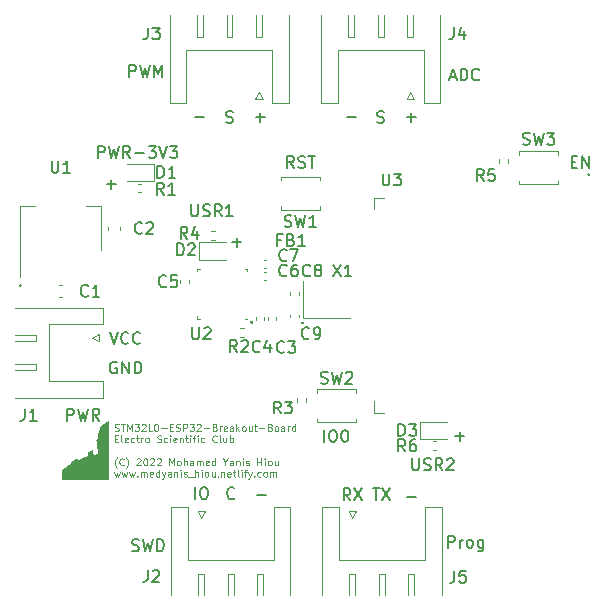
<source format=gbr>
%TF.GenerationSoftware,KiCad,Pcbnew,(6.0.7)*%
%TF.CreationDate,2023-02-10T17:06:25+01:00*%
%TF.ProjectId,STM32L0_ESP32_Breakout_Board,53544d33-324c-4305-9f45-535033325f42,rev?*%
%TF.SameCoordinates,Original*%
%TF.FileFunction,Legend,Top*%
%TF.FilePolarity,Positive*%
%FSLAX46Y46*%
G04 Gerber Fmt 4.6, Leading zero omitted, Abs format (unit mm)*
G04 Created by KiCad (PCBNEW (6.0.7)) date 2023-02-10 17:06:25*
%MOMM*%
%LPD*%
G01*
G04 APERTURE LIST*
%ADD10C,0.150000*%
%ADD11C,0.100000*%
%ADD12C,0.120000*%
G04 APERTURE END LIST*
D10*
X134800000Y-100432142D02*
X134847619Y-100479761D01*
X134800000Y-100527380D01*
X134752380Y-100479761D01*
X134800000Y-100432142D01*
X134800000Y-100527380D01*
X125676190Y-115402380D02*
X125676190Y-114402380D01*
X126342857Y-114402380D02*
X126533333Y-114402380D01*
X126628571Y-114450000D01*
X126723809Y-114545238D01*
X126771428Y-114735714D01*
X126771428Y-115069047D01*
X126723809Y-115259523D01*
X126628571Y-115354761D01*
X126533333Y-115402380D01*
X126342857Y-115402380D01*
X126247619Y-115354761D01*
X126152380Y-115259523D01*
X126104761Y-115069047D01*
X126104761Y-114735714D01*
X126152380Y-114545238D01*
X126247619Y-114450000D01*
X126342857Y-114402380D01*
X128314285Y-83504761D02*
X128457142Y-83552380D01*
X128695238Y-83552380D01*
X128790476Y-83504761D01*
X128838095Y-83457142D01*
X128885714Y-83361904D01*
X128885714Y-83266666D01*
X128838095Y-83171428D01*
X128790476Y-83123809D01*
X128695238Y-83076190D01*
X128504761Y-83028571D01*
X128409523Y-82980952D01*
X128361904Y-82933333D01*
X128314285Y-82838095D01*
X128314285Y-82742857D01*
X128361904Y-82647619D01*
X128409523Y-82600000D01*
X128504761Y-82552380D01*
X128742857Y-82552380D01*
X128885714Y-82600000D01*
X117459166Y-86512380D02*
X117459166Y-85512380D01*
X117840119Y-85512380D01*
X117935357Y-85560000D01*
X117982976Y-85607619D01*
X118030595Y-85702857D01*
X118030595Y-85845714D01*
X117982976Y-85940952D01*
X117935357Y-85988571D01*
X117840119Y-86036190D01*
X117459166Y-86036190D01*
X118363928Y-85512380D02*
X118602023Y-86512380D01*
X118792500Y-85798095D01*
X118982976Y-86512380D01*
X119221071Y-85512380D01*
X120173452Y-86512380D02*
X119840119Y-86036190D01*
X119602023Y-86512380D02*
X119602023Y-85512380D01*
X119982976Y-85512380D01*
X120078214Y-85560000D01*
X120125833Y-85607619D01*
X120173452Y-85702857D01*
X120173452Y-85845714D01*
X120125833Y-85940952D01*
X120078214Y-85988571D01*
X119982976Y-86036190D01*
X119602023Y-86036190D01*
X120602023Y-86131428D02*
X121363928Y-86131428D01*
X121744880Y-85512380D02*
X122363928Y-85512380D01*
X122030595Y-85893333D01*
X122173452Y-85893333D01*
X122268690Y-85940952D01*
X122316309Y-85988571D01*
X122363928Y-86083809D01*
X122363928Y-86321904D01*
X122316309Y-86417142D01*
X122268690Y-86464761D01*
X122173452Y-86512380D01*
X121887738Y-86512380D01*
X121792500Y-86464761D01*
X121744880Y-86417142D01*
X122649642Y-85512380D02*
X122982976Y-86512380D01*
X123316309Y-85512380D01*
X123554404Y-85512380D02*
X124173452Y-85512380D01*
X123840119Y-85893333D01*
X123982976Y-85893333D01*
X124078214Y-85940952D01*
X124125833Y-85988571D01*
X124173452Y-86083809D01*
X124173452Y-86321904D01*
X124125833Y-86417142D01*
X124078214Y-86464761D01*
X123982976Y-86512380D01*
X123697261Y-86512380D01*
X123602023Y-86464761D01*
X123554404Y-86417142D01*
X129009523Y-115307142D02*
X128961904Y-115354761D01*
X128819047Y-115402380D01*
X128723809Y-115402380D01*
X128580952Y-115354761D01*
X128485714Y-115259523D01*
X128438095Y-115164285D01*
X128390476Y-114973809D01*
X128390476Y-114830952D01*
X128438095Y-114640476D01*
X128485714Y-114545238D01*
X128580952Y-114450000D01*
X128723809Y-114402380D01*
X128819047Y-114402380D01*
X128961904Y-114450000D01*
X129009523Y-114497619D01*
X128819047Y-93671428D02*
X129580952Y-93671428D01*
X129200000Y-94052380D02*
X129200000Y-93290476D01*
X130819047Y-83071428D02*
X131580952Y-83071428D01*
X131200000Y-83452380D02*
X131200000Y-82690476D01*
X119038095Y-103800000D02*
X118942857Y-103752380D01*
X118800000Y-103752380D01*
X118657142Y-103800000D01*
X118561904Y-103895238D01*
X118514285Y-103990476D01*
X118466666Y-104180952D01*
X118466666Y-104323809D01*
X118514285Y-104514285D01*
X118561904Y-104609523D01*
X118657142Y-104704761D01*
X118800000Y-104752380D01*
X118895238Y-104752380D01*
X119038095Y-104704761D01*
X119085714Y-104657142D01*
X119085714Y-104323809D01*
X118895238Y-104323809D01*
X119514285Y-104752380D02*
X119514285Y-103752380D01*
X120085714Y-104752380D01*
X120085714Y-103752380D01*
X120561904Y-104752380D02*
X120561904Y-103752380D01*
X120800000Y-103752380D01*
X120942857Y-103800000D01*
X121038095Y-103895238D01*
X121085714Y-103990476D01*
X121133333Y-104180952D01*
X121133333Y-104323809D01*
X121085714Y-104514285D01*
X121038095Y-104609523D01*
X120942857Y-104704761D01*
X120800000Y-104752380D01*
X120561904Y-104752380D01*
X140738095Y-114502380D02*
X141309523Y-114502380D01*
X141023809Y-115502380D02*
X141023809Y-114502380D01*
X141547619Y-114502380D02*
X142214285Y-115502380D01*
X142214285Y-114502380D02*
X141547619Y-115502380D01*
X147261904Y-79666666D02*
X147738095Y-79666666D01*
X147166666Y-79952380D02*
X147500000Y-78952380D01*
X147833333Y-79952380D01*
X148166666Y-79952380D02*
X148166666Y-78952380D01*
X148404761Y-78952380D01*
X148547619Y-79000000D01*
X148642857Y-79095238D01*
X148690476Y-79190476D01*
X148738095Y-79380952D01*
X148738095Y-79523809D01*
X148690476Y-79714285D01*
X148642857Y-79809523D01*
X148547619Y-79904761D01*
X148404761Y-79952380D01*
X148166666Y-79952380D01*
X149738095Y-79857142D02*
X149690476Y-79904761D01*
X149547619Y-79952380D01*
X149452380Y-79952380D01*
X149309523Y-79904761D01*
X149214285Y-79809523D01*
X149166666Y-79714285D01*
X149119047Y-79523809D01*
X149119047Y-79380952D01*
X149166666Y-79190476D01*
X149214285Y-79095238D01*
X149309523Y-79000000D01*
X149452380Y-78952380D01*
X149547619Y-78952380D01*
X149690476Y-79000000D01*
X149738095Y-79047619D01*
X120095238Y-79652380D02*
X120095238Y-78652380D01*
X120476190Y-78652380D01*
X120571428Y-78700000D01*
X120619047Y-78747619D01*
X120666666Y-78842857D01*
X120666666Y-78985714D01*
X120619047Y-79080952D01*
X120571428Y-79128571D01*
X120476190Y-79176190D01*
X120095238Y-79176190D01*
X121000000Y-78652380D02*
X121238095Y-79652380D01*
X121428571Y-78938095D01*
X121619047Y-79652380D01*
X121857142Y-78652380D01*
X122238095Y-79652380D02*
X122238095Y-78652380D01*
X122571428Y-79366666D01*
X122904761Y-78652380D01*
X122904761Y-79652380D01*
X118211547Y-88731428D02*
X118973452Y-88731428D01*
X118592500Y-89112380D02*
X118592500Y-88350476D01*
X110890000Y-97257142D02*
X110937619Y-97304761D01*
X110890000Y-97352380D01*
X110842380Y-97304761D01*
X110890000Y-97257142D01*
X110890000Y-97352380D01*
X125361904Y-90452380D02*
X125361904Y-91261904D01*
X125409523Y-91357142D01*
X125457142Y-91404761D01*
X125552380Y-91452380D01*
X125742857Y-91452380D01*
X125838095Y-91404761D01*
X125885714Y-91357142D01*
X125933333Y-91261904D01*
X125933333Y-90452380D01*
X126361904Y-91404761D02*
X126504761Y-91452380D01*
X126742857Y-91452380D01*
X126838095Y-91404761D01*
X126885714Y-91357142D01*
X126933333Y-91261904D01*
X126933333Y-91166666D01*
X126885714Y-91071428D01*
X126838095Y-91023809D01*
X126742857Y-90976190D01*
X126552380Y-90928571D01*
X126457142Y-90880952D01*
X126409523Y-90833333D01*
X126361904Y-90738095D01*
X126361904Y-90642857D01*
X126409523Y-90547619D01*
X126457142Y-90500000D01*
X126552380Y-90452380D01*
X126790476Y-90452380D01*
X126933333Y-90500000D01*
X127933333Y-91452380D02*
X127600000Y-90976190D01*
X127361904Y-91452380D02*
X127361904Y-90452380D01*
X127742857Y-90452380D01*
X127838095Y-90500000D01*
X127885714Y-90547619D01*
X127933333Y-90642857D01*
X127933333Y-90785714D01*
X127885714Y-90880952D01*
X127838095Y-90928571D01*
X127742857Y-90976190D01*
X127361904Y-90976190D01*
X128885714Y-91452380D02*
X128314285Y-91452380D01*
X128600000Y-91452380D02*
X128600000Y-90452380D01*
X128504761Y-90595238D01*
X128409523Y-90690476D01*
X128314285Y-90738095D01*
X143619047Y-83071428D02*
X144380952Y-83071428D01*
X144000000Y-83452380D02*
X144000000Y-82690476D01*
X143619047Y-115221428D02*
X144380952Y-115221428D01*
X134052380Y-87352380D02*
X133719047Y-86876190D01*
X133480952Y-87352380D02*
X133480952Y-86352380D01*
X133861904Y-86352380D01*
X133957142Y-86400000D01*
X134004761Y-86447619D01*
X134052380Y-86542857D01*
X134052380Y-86685714D01*
X134004761Y-86780952D01*
X133957142Y-86828571D01*
X133861904Y-86876190D01*
X133480952Y-86876190D01*
X134433333Y-87304761D02*
X134576190Y-87352380D01*
X134814285Y-87352380D01*
X134909523Y-87304761D01*
X134957142Y-87257142D01*
X135004761Y-87161904D01*
X135004761Y-87066666D01*
X134957142Y-86971428D01*
X134909523Y-86923809D01*
X134814285Y-86876190D01*
X134623809Y-86828571D01*
X134528571Y-86780952D01*
X134480952Y-86733333D01*
X134433333Y-86638095D01*
X134433333Y-86542857D01*
X134480952Y-86447619D01*
X134528571Y-86400000D01*
X134623809Y-86352380D01*
X134861904Y-86352380D01*
X135004761Y-86400000D01*
X135290476Y-86352380D02*
X135861904Y-86352380D01*
X135576190Y-87352380D02*
X135576190Y-86352380D01*
D11*
X118879285Y-109610857D02*
X118965000Y-109639428D01*
X119107857Y-109639428D01*
X119165000Y-109610857D01*
X119193571Y-109582285D01*
X119222142Y-109525142D01*
X119222142Y-109468000D01*
X119193571Y-109410857D01*
X119165000Y-109382285D01*
X119107857Y-109353714D01*
X118993571Y-109325142D01*
X118936428Y-109296571D01*
X118907857Y-109268000D01*
X118879285Y-109210857D01*
X118879285Y-109153714D01*
X118907857Y-109096571D01*
X118936428Y-109068000D01*
X118993571Y-109039428D01*
X119136428Y-109039428D01*
X119222142Y-109068000D01*
X119393571Y-109039428D02*
X119736428Y-109039428D01*
X119565000Y-109639428D02*
X119565000Y-109039428D01*
X119936428Y-109639428D02*
X119936428Y-109039428D01*
X120136428Y-109468000D01*
X120336428Y-109039428D01*
X120336428Y-109639428D01*
X120565000Y-109039428D02*
X120936428Y-109039428D01*
X120736428Y-109268000D01*
X120822142Y-109268000D01*
X120879285Y-109296571D01*
X120907857Y-109325142D01*
X120936428Y-109382285D01*
X120936428Y-109525142D01*
X120907857Y-109582285D01*
X120879285Y-109610857D01*
X120822142Y-109639428D01*
X120650714Y-109639428D01*
X120593571Y-109610857D01*
X120565000Y-109582285D01*
X121165000Y-109096571D02*
X121193571Y-109068000D01*
X121250714Y-109039428D01*
X121393571Y-109039428D01*
X121450714Y-109068000D01*
X121479285Y-109096571D01*
X121507857Y-109153714D01*
X121507857Y-109210857D01*
X121479285Y-109296571D01*
X121136428Y-109639428D01*
X121507857Y-109639428D01*
X122050714Y-109639428D02*
X121765000Y-109639428D01*
X121765000Y-109039428D01*
X122365000Y-109039428D02*
X122422142Y-109039428D01*
X122479285Y-109068000D01*
X122507857Y-109096571D01*
X122536428Y-109153714D01*
X122565000Y-109268000D01*
X122565000Y-109410857D01*
X122536428Y-109525142D01*
X122507857Y-109582285D01*
X122479285Y-109610857D01*
X122422142Y-109639428D01*
X122365000Y-109639428D01*
X122307857Y-109610857D01*
X122279285Y-109582285D01*
X122250714Y-109525142D01*
X122222142Y-109410857D01*
X122222142Y-109268000D01*
X122250714Y-109153714D01*
X122279285Y-109096571D01*
X122307857Y-109068000D01*
X122365000Y-109039428D01*
X122822142Y-109410857D02*
X123279285Y-109410857D01*
X123565000Y-109325142D02*
X123765000Y-109325142D01*
X123850714Y-109639428D02*
X123565000Y-109639428D01*
X123565000Y-109039428D01*
X123850714Y-109039428D01*
X124079285Y-109610857D02*
X124165000Y-109639428D01*
X124307857Y-109639428D01*
X124365000Y-109610857D01*
X124393571Y-109582285D01*
X124422142Y-109525142D01*
X124422142Y-109468000D01*
X124393571Y-109410857D01*
X124365000Y-109382285D01*
X124307857Y-109353714D01*
X124193571Y-109325142D01*
X124136428Y-109296571D01*
X124107857Y-109268000D01*
X124079285Y-109210857D01*
X124079285Y-109153714D01*
X124107857Y-109096571D01*
X124136428Y-109068000D01*
X124193571Y-109039428D01*
X124336428Y-109039428D01*
X124422142Y-109068000D01*
X124679285Y-109639428D02*
X124679285Y-109039428D01*
X124907857Y-109039428D01*
X124965000Y-109068000D01*
X124993571Y-109096571D01*
X125022142Y-109153714D01*
X125022142Y-109239428D01*
X124993571Y-109296571D01*
X124965000Y-109325142D01*
X124907857Y-109353714D01*
X124679285Y-109353714D01*
X125222142Y-109039428D02*
X125593571Y-109039428D01*
X125393571Y-109268000D01*
X125479285Y-109268000D01*
X125536428Y-109296571D01*
X125565000Y-109325142D01*
X125593571Y-109382285D01*
X125593571Y-109525142D01*
X125565000Y-109582285D01*
X125536428Y-109610857D01*
X125479285Y-109639428D01*
X125307857Y-109639428D01*
X125250714Y-109610857D01*
X125222142Y-109582285D01*
X125822142Y-109096571D02*
X125850714Y-109068000D01*
X125907857Y-109039428D01*
X126050714Y-109039428D01*
X126107857Y-109068000D01*
X126136428Y-109096571D01*
X126165000Y-109153714D01*
X126165000Y-109210857D01*
X126136428Y-109296571D01*
X125793571Y-109639428D01*
X126165000Y-109639428D01*
X126422142Y-109410857D02*
X126879285Y-109410857D01*
X127365000Y-109325142D02*
X127450714Y-109353714D01*
X127479285Y-109382285D01*
X127507857Y-109439428D01*
X127507857Y-109525142D01*
X127479285Y-109582285D01*
X127450714Y-109610857D01*
X127393571Y-109639428D01*
X127165000Y-109639428D01*
X127165000Y-109039428D01*
X127365000Y-109039428D01*
X127422142Y-109068000D01*
X127450714Y-109096571D01*
X127479285Y-109153714D01*
X127479285Y-109210857D01*
X127450714Y-109268000D01*
X127422142Y-109296571D01*
X127365000Y-109325142D01*
X127165000Y-109325142D01*
X127765000Y-109639428D02*
X127765000Y-109239428D01*
X127765000Y-109353714D02*
X127793571Y-109296571D01*
X127822142Y-109268000D01*
X127879285Y-109239428D01*
X127936428Y-109239428D01*
X128365000Y-109610857D02*
X128307857Y-109639428D01*
X128193571Y-109639428D01*
X128136428Y-109610857D01*
X128107857Y-109553714D01*
X128107857Y-109325142D01*
X128136428Y-109268000D01*
X128193571Y-109239428D01*
X128307857Y-109239428D01*
X128365000Y-109268000D01*
X128393571Y-109325142D01*
X128393571Y-109382285D01*
X128107857Y-109439428D01*
X128907857Y-109639428D02*
X128907857Y-109325142D01*
X128879285Y-109268000D01*
X128822142Y-109239428D01*
X128707857Y-109239428D01*
X128650714Y-109268000D01*
X128907857Y-109610857D02*
X128850714Y-109639428D01*
X128707857Y-109639428D01*
X128650714Y-109610857D01*
X128622142Y-109553714D01*
X128622142Y-109496571D01*
X128650714Y-109439428D01*
X128707857Y-109410857D01*
X128850714Y-109410857D01*
X128907857Y-109382285D01*
X129193571Y-109639428D02*
X129193571Y-109039428D01*
X129250714Y-109410857D02*
X129422142Y-109639428D01*
X129422142Y-109239428D02*
X129193571Y-109468000D01*
X129765000Y-109639428D02*
X129707857Y-109610857D01*
X129679285Y-109582285D01*
X129650714Y-109525142D01*
X129650714Y-109353714D01*
X129679285Y-109296571D01*
X129707857Y-109268000D01*
X129765000Y-109239428D01*
X129850714Y-109239428D01*
X129907857Y-109268000D01*
X129936428Y-109296571D01*
X129965000Y-109353714D01*
X129965000Y-109525142D01*
X129936428Y-109582285D01*
X129907857Y-109610857D01*
X129850714Y-109639428D01*
X129765000Y-109639428D01*
X130479285Y-109239428D02*
X130479285Y-109639428D01*
X130222142Y-109239428D02*
X130222142Y-109553714D01*
X130250714Y-109610857D01*
X130307857Y-109639428D01*
X130393571Y-109639428D01*
X130450714Y-109610857D01*
X130479285Y-109582285D01*
X130679285Y-109239428D02*
X130907857Y-109239428D01*
X130765000Y-109039428D02*
X130765000Y-109553714D01*
X130793571Y-109610857D01*
X130850714Y-109639428D01*
X130907857Y-109639428D01*
X131107857Y-109410857D02*
X131565000Y-109410857D01*
X132050714Y-109325142D02*
X132136428Y-109353714D01*
X132165000Y-109382285D01*
X132193571Y-109439428D01*
X132193571Y-109525142D01*
X132165000Y-109582285D01*
X132136428Y-109610857D01*
X132079285Y-109639428D01*
X131850714Y-109639428D01*
X131850714Y-109039428D01*
X132050714Y-109039428D01*
X132107857Y-109068000D01*
X132136428Y-109096571D01*
X132165000Y-109153714D01*
X132165000Y-109210857D01*
X132136428Y-109268000D01*
X132107857Y-109296571D01*
X132050714Y-109325142D01*
X131850714Y-109325142D01*
X132536428Y-109639428D02*
X132479285Y-109610857D01*
X132450714Y-109582285D01*
X132422142Y-109525142D01*
X132422142Y-109353714D01*
X132450714Y-109296571D01*
X132479285Y-109268000D01*
X132536428Y-109239428D01*
X132622142Y-109239428D01*
X132679285Y-109268000D01*
X132707857Y-109296571D01*
X132736428Y-109353714D01*
X132736428Y-109525142D01*
X132707857Y-109582285D01*
X132679285Y-109610857D01*
X132622142Y-109639428D01*
X132536428Y-109639428D01*
X133250714Y-109639428D02*
X133250714Y-109325142D01*
X133222142Y-109268000D01*
X133165000Y-109239428D01*
X133050714Y-109239428D01*
X132993571Y-109268000D01*
X133250714Y-109610857D02*
X133193571Y-109639428D01*
X133050714Y-109639428D01*
X132993571Y-109610857D01*
X132965000Y-109553714D01*
X132965000Y-109496571D01*
X132993571Y-109439428D01*
X133050714Y-109410857D01*
X133193571Y-109410857D01*
X133250714Y-109382285D01*
X133536428Y-109639428D02*
X133536428Y-109239428D01*
X133536428Y-109353714D02*
X133565000Y-109296571D01*
X133593571Y-109268000D01*
X133650714Y-109239428D01*
X133707857Y-109239428D01*
X134165000Y-109639428D02*
X134165000Y-109039428D01*
X134165000Y-109610857D02*
X134107857Y-109639428D01*
X133993571Y-109639428D01*
X133936428Y-109610857D01*
X133907857Y-109582285D01*
X133879285Y-109525142D01*
X133879285Y-109353714D01*
X133907857Y-109296571D01*
X133936428Y-109268000D01*
X133993571Y-109239428D01*
X134107857Y-109239428D01*
X134165000Y-109268000D01*
X118907857Y-110291142D02*
X119107857Y-110291142D01*
X119193571Y-110605428D02*
X118907857Y-110605428D01*
X118907857Y-110005428D01*
X119193571Y-110005428D01*
X119536428Y-110605428D02*
X119479285Y-110576857D01*
X119450714Y-110519714D01*
X119450714Y-110005428D01*
X119993571Y-110576857D02*
X119936428Y-110605428D01*
X119822142Y-110605428D01*
X119765000Y-110576857D01*
X119736428Y-110519714D01*
X119736428Y-110291142D01*
X119765000Y-110234000D01*
X119822142Y-110205428D01*
X119936428Y-110205428D01*
X119993571Y-110234000D01*
X120022142Y-110291142D01*
X120022142Y-110348285D01*
X119736428Y-110405428D01*
X120536428Y-110576857D02*
X120479285Y-110605428D01*
X120365000Y-110605428D01*
X120307857Y-110576857D01*
X120279285Y-110548285D01*
X120250714Y-110491142D01*
X120250714Y-110319714D01*
X120279285Y-110262571D01*
X120307857Y-110234000D01*
X120365000Y-110205428D01*
X120479285Y-110205428D01*
X120536428Y-110234000D01*
X120707857Y-110205428D02*
X120936428Y-110205428D01*
X120793571Y-110005428D02*
X120793571Y-110519714D01*
X120822142Y-110576857D01*
X120879285Y-110605428D01*
X120936428Y-110605428D01*
X121136428Y-110605428D02*
X121136428Y-110205428D01*
X121136428Y-110319714D02*
X121165000Y-110262571D01*
X121193571Y-110234000D01*
X121250714Y-110205428D01*
X121307857Y-110205428D01*
X121593571Y-110605428D02*
X121536428Y-110576857D01*
X121507857Y-110548285D01*
X121479285Y-110491142D01*
X121479285Y-110319714D01*
X121507857Y-110262571D01*
X121536428Y-110234000D01*
X121593571Y-110205428D01*
X121679285Y-110205428D01*
X121736428Y-110234000D01*
X121765000Y-110262571D01*
X121793571Y-110319714D01*
X121793571Y-110491142D01*
X121765000Y-110548285D01*
X121736428Y-110576857D01*
X121679285Y-110605428D01*
X121593571Y-110605428D01*
X122479285Y-110576857D02*
X122565000Y-110605428D01*
X122707857Y-110605428D01*
X122765000Y-110576857D01*
X122793571Y-110548285D01*
X122822142Y-110491142D01*
X122822142Y-110434000D01*
X122793571Y-110376857D01*
X122765000Y-110348285D01*
X122707857Y-110319714D01*
X122593571Y-110291142D01*
X122536428Y-110262571D01*
X122507857Y-110234000D01*
X122479285Y-110176857D01*
X122479285Y-110119714D01*
X122507857Y-110062571D01*
X122536428Y-110034000D01*
X122593571Y-110005428D01*
X122736428Y-110005428D01*
X122822142Y-110034000D01*
X123336428Y-110576857D02*
X123279285Y-110605428D01*
X123165000Y-110605428D01*
X123107857Y-110576857D01*
X123079285Y-110548285D01*
X123050714Y-110491142D01*
X123050714Y-110319714D01*
X123079285Y-110262571D01*
X123107857Y-110234000D01*
X123165000Y-110205428D01*
X123279285Y-110205428D01*
X123336428Y-110234000D01*
X123593571Y-110605428D02*
X123593571Y-110205428D01*
X123593571Y-110005428D02*
X123565000Y-110034000D01*
X123593571Y-110062571D01*
X123622142Y-110034000D01*
X123593571Y-110005428D01*
X123593571Y-110062571D01*
X124107857Y-110576857D02*
X124050714Y-110605428D01*
X123936428Y-110605428D01*
X123879285Y-110576857D01*
X123850714Y-110519714D01*
X123850714Y-110291142D01*
X123879285Y-110234000D01*
X123936428Y-110205428D01*
X124050714Y-110205428D01*
X124107857Y-110234000D01*
X124136428Y-110291142D01*
X124136428Y-110348285D01*
X123850714Y-110405428D01*
X124393571Y-110205428D02*
X124393571Y-110605428D01*
X124393571Y-110262571D02*
X124422142Y-110234000D01*
X124479285Y-110205428D01*
X124565000Y-110205428D01*
X124622142Y-110234000D01*
X124650714Y-110291142D01*
X124650714Y-110605428D01*
X124850714Y-110205428D02*
X125079285Y-110205428D01*
X124936428Y-110005428D02*
X124936428Y-110519714D01*
X124965000Y-110576857D01*
X125022142Y-110605428D01*
X125079285Y-110605428D01*
X125279285Y-110605428D02*
X125279285Y-110205428D01*
X125279285Y-110005428D02*
X125250714Y-110034000D01*
X125279285Y-110062571D01*
X125307857Y-110034000D01*
X125279285Y-110005428D01*
X125279285Y-110062571D01*
X125479285Y-110205428D02*
X125707857Y-110205428D01*
X125565000Y-110605428D02*
X125565000Y-110091142D01*
X125593571Y-110034000D01*
X125650714Y-110005428D01*
X125707857Y-110005428D01*
X125907857Y-110605428D02*
X125907857Y-110205428D01*
X125907857Y-110005428D02*
X125879285Y-110034000D01*
X125907857Y-110062571D01*
X125936428Y-110034000D01*
X125907857Y-110005428D01*
X125907857Y-110062571D01*
X126450714Y-110576857D02*
X126393571Y-110605428D01*
X126279285Y-110605428D01*
X126222142Y-110576857D01*
X126193571Y-110548285D01*
X126165000Y-110491142D01*
X126165000Y-110319714D01*
X126193571Y-110262571D01*
X126222142Y-110234000D01*
X126279285Y-110205428D01*
X126393571Y-110205428D01*
X126450714Y-110234000D01*
X127507857Y-110548285D02*
X127479285Y-110576857D01*
X127393571Y-110605428D01*
X127336428Y-110605428D01*
X127250714Y-110576857D01*
X127193571Y-110519714D01*
X127165000Y-110462571D01*
X127136428Y-110348285D01*
X127136428Y-110262571D01*
X127165000Y-110148285D01*
X127193571Y-110091142D01*
X127250714Y-110034000D01*
X127336428Y-110005428D01*
X127393571Y-110005428D01*
X127479285Y-110034000D01*
X127507857Y-110062571D01*
X127850714Y-110605428D02*
X127793571Y-110576857D01*
X127765000Y-110519714D01*
X127765000Y-110005428D01*
X128336428Y-110205428D02*
X128336428Y-110605428D01*
X128079285Y-110205428D02*
X128079285Y-110519714D01*
X128107857Y-110576857D01*
X128165000Y-110605428D01*
X128250714Y-110605428D01*
X128307857Y-110576857D01*
X128336428Y-110548285D01*
X128622142Y-110605428D02*
X128622142Y-110005428D01*
X128622142Y-110234000D02*
X128679285Y-110205428D01*
X128793571Y-110205428D01*
X128850714Y-110234000D01*
X128879285Y-110262571D01*
X128907857Y-110319714D01*
X128907857Y-110491142D01*
X128879285Y-110548285D01*
X128850714Y-110576857D01*
X128793571Y-110605428D01*
X128679285Y-110605428D01*
X128622142Y-110576857D01*
X119079285Y-112766000D02*
X119050714Y-112737428D01*
X118993571Y-112651714D01*
X118965000Y-112594571D01*
X118936428Y-112508857D01*
X118907857Y-112366000D01*
X118907857Y-112251714D01*
X118936428Y-112108857D01*
X118965000Y-112023142D01*
X118993571Y-111966000D01*
X119050714Y-111880285D01*
X119079285Y-111851714D01*
X119650714Y-112480285D02*
X119622142Y-112508857D01*
X119536428Y-112537428D01*
X119479285Y-112537428D01*
X119393571Y-112508857D01*
X119336428Y-112451714D01*
X119307857Y-112394571D01*
X119279285Y-112280285D01*
X119279285Y-112194571D01*
X119307857Y-112080285D01*
X119336428Y-112023142D01*
X119393571Y-111966000D01*
X119479285Y-111937428D01*
X119536428Y-111937428D01*
X119622142Y-111966000D01*
X119650714Y-111994571D01*
X119850714Y-112766000D02*
X119879285Y-112737428D01*
X119936428Y-112651714D01*
X119965000Y-112594571D01*
X119993571Y-112508857D01*
X120022142Y-112366000D01*
X120022142Y-112251714D01*
X119993571Y-112108857D01*
X119965000Y-112023142D01*
X119936428Y-111966000D01*
X119879285Y-111880285D01*
X119850714Y-111851714D01*
X120736428Y-111994571D02*
X120765000Y-111966000D01*
X120822142Y-111937428D01*
X120965000Y-111937428D01*
X121022142Y-111966000D01*
X121050714Y-111994571D01*
X121079285Y-112051714D01*
X121079285Y-112108857D01*
X121050714Y-112194571D01*
X120707857Y-112537428D01*
X121079285Y-112537428D01*
X121450714Y-111937428D02*
X121507857Y-111937428D01*
X121565000Y-111966000D01*
X121593571Y-111994571D01*
X121622142Y-112051714D01*
X121650714Y-112166000D01*
X121650714Y-112308857D01*
X121622142Y-112423142D01*
X121593571Y-112480285D01*
X121565000Y-112508857D01*
X121507857Y-112537428D01*
X121450714Y-112537428D01*
X121393571Y-112508857D01*
X121365000Y-112480285D01*
X121336428Y-112423142D01*
X121307857Y-112308857D01*
X121307857Y-112166000D01*
X121336428Y-112051714D01*
X121365000Y-111994571D01*
X121393571Y-111966000D01*
X121450714Y-111937428D01*
X121879285Y-111994571D02*
X121907857Y-111966000D01*
X121965000Y-111937428D01*
X122107857Y-111937428D01*
X122165000Y-111966000D01*
X122193571Y-111994571D01*
X122222142Y-112051714D01*
X122222142Y-112108857D01*
X122193571Y-112194571D01*
X121850714Y-112537428D01*
X122222142Y-112537428D01*
X122450714Y-111994571D02*
X122479285Y-111966000D01*
X122536428Y-111937428D01*
X122679285Y-111937428D01*
X122736428Y-111966000D01*
X122765000Y-111994571D01*
X122793571Y-112051714D01*
X122793571Y-112108857D01*
X122765000Y-112194571D01*
X122422142Y-112537428D01*
X122793571Y-112537428D01*
X123507857Y-112537428D02*
X123507857Y-111937428D01*
X123707857Y-112366000D01*
X123907857Y-111937428D01*
X123907857Y-112537428D01*
X124279285Y-112537428D02*
X124222142Y-112508857D01*
X124193571Y-112480285D01*
X124165000Y-112423142D01*
X124165000Y-112251714D01*
X124193571Y-112194571D01*
X124222142Y-112166000D01*
X124279285Y-112137428D01*
X124365000Y-112137428D01*
X124422142Y-112166000D01*
X124450714Y-112194571D01*
X124479285Y-112251714D01*
X124479285Y-112423142D01*
X124450714Y-112480285D01*
X124422142Y-112508857D01*
X124365000Y-112537428D01*
X124279285Y-112537428D01*
X124736428Y-112537428D02*
X124736428Y-111937428D01*
X124993571Y-112537428D02*
X124993571Y-112223142D01*
X124965000Y-112166000D01*
X124907857Y-112137428D01*
X124822142Y-112137428D01*
X124765000Y-112166000D01*
X124736428Y-112194571D01*
X125536428Y-112537428D02*
X125536428Y-112223142D01*
X125507857Y-112166000D01*
X125450714Y-112137428D01*
X125336428Y-112137428D01*
X125279285Y-112166000D01*
X125536428Y-112508857D02*
X125479285Y-112537428D01*
X125336428Y-112537428D01*
X125279285Y-112508857D01*
X125250714Y-112451714D01*
X125250714Y-112394571D01*
X125279285Y-112337428D01*
X125336428Y-112308857D01*
X125479285Y-112308857D01*
X125536428Y-112280285D01*
X125822142Y-112537428D02*
X125822142Y-112137428D01*
X125822142Y-112194571D02*
X125850714Y-112166000D01*
X125907857Y-112137428D01*
X125993571Y-112137428D01*
X126050714Y-112166000D01*
X126079285Y-112223142D01*
X126079285Y-112537428D01*
X126079285Y-112223142D02*
X126107857Y-112166000D01*
X126165000Y-112137428D01*
X126250714Y-112137428D01*
X126307857Y-112166000D01*
X126336428Y-112223142D01*
X126336428Y-112537428D01*
X126850714Y-112508857D02*
X126793571Y-112537428D01*
X126679285Y-112537428D01*
X126622142Y-112508857D01*
X126593571Y-112451714D01*
X126593571Y-112223142D01*
X126622142Y-112166000D01*
X126679285Y-112137428D01*
X126793571Y-112137428D01*
X126850714Y-112166000D01*
X126879285Y-112223142D01*
X126879285Y-112280285D01*
X126593571Y-112337428D01*
X127393571Y-112537428D02*
X127393571Y-111937428D01*
X127393571Y-112508857D02*
X127336428Y-112537428D01*
X127222142Y-112537428D01*
X127165000Y-112508857D01*
X127136428Y-112480285D01*
X127107857Y-112423142D01*
X127107857Y-112251714D01*
X127136428Y-112194571D01*
X127165000Y-112166000D01*
X127222142Y-112137428D01*
X127336428Y-112137428D01*
X127393571Y-112166000D01*
X128250714Y-112251714D02*
X128250714Y-112537428D01*
X128050714Y-111937428D02*
X128250714Y-112251714D01*
X128450714Y-111937428D01*
X128907857Y-112537428D02*
X128907857Y-112223142D01*
X128879285Y-112166000D01*
X128822142Y-112137428D01*
X128707857Y-112137428D01*
X128650714Y-112166000D01*
X128907857Y-112508857D02*
X128850714Y-112537428D01*
X128707857Y-112537428D01*
X128650714Y-112508857D01*
X128622142Y-112451714D01*
X128622142Y-112394571D01*
X128650714Y-112337428D01*
X128707857Y-112308857D01*
X128850714Y-112308857D01*
X128907857Y-112280285D01*
X129193571Y-112137428D02*
X129193571Y-112537428D01*
X129193571Y-112194571D02*
X129222142Y-112166000D01*
X129279285Y-112137428D01*
X129365000Y-112137428D01*
X129422142Y-112166000D01*
X129450714Y-112223142D01*
X129450714Y-112537428D01*
X129736428Y-112537428D02*
X129736428Y-112137428D01*
X129736428Y-111937428D02*
X129707857Y-111966000D01*
X129736428Y-111994571D01*
X129765000Y-111966000D01*
X129736428Y-111937428D01*
X129736428Y-111994571D01*
X129993571Y-112508857D02*
X130050714Y-112537428D01*
X130165000Y-112537428D01*
X130222142Y-112508857D01*
X130250714Y-112451714D01*
X130250714Y-112423142D01*
X130222142Y-112366000D01*
X130165000Y-112337428D01*
X130079285Y-112337428D01*
X130022142Y-112308857D01*
X129993571Y-112251714D01*
X129993571Y-112223142D01*
X130022142Y-112166000D01*
X130079285Y-112137428D01*
X130165000Y-112137428D01*
X130222142Y-112166000D01*
X130965000Y-112537428D02*
X130965000Y-111937428D01*
X130965000Y-112223142D02*
X131307857Y-112223142D01*
X131307857Y-112537428D02*
X131307857Y-111937428D01*
X131593571Y-112537428D02*
X131593571Y-112137428D01*
X131593571Y-111937428D02*
X131565000Y-111966000D01*
X131593571Y-111994571D01*
X131622142Y-111966000D01*
X131593571Y-111937428D01*
X131593571Y-111994571D01*
X131965000Y-112537428D02*
X131907857Y-112508857D01*
X131879285Y-112480285D01*
X131850714Y-112423142D01*
X131850714Y-112251714D01*
X131879285Y-112194571D01*
X131907857Y-112166000D01*
X131965000Y-112137428D01*
X132050714Y-112137428D01*
X132107857Y-112166000D01*
X132136428Y-112194571D01*
X132165000Y-112251714D01*
X132165000Y-112423142D01*
X132136428Y-112480285D01*
X132107857Y-112508857D01*
X132050714Y-112537428D01*
X131965000Y-112537428D01*
X132679285Y-112137428D02*
X132679285Y-112537428D01*
X132422142Y-112137428D02*
X132422142Y-112451714D01*
X132450714Y-112508857D01*
X132507857Y-112537428D01*
X132593571Y-112537428D01*
X132650714Y-112508857D01*
X132679285Y-112480285D01*
X118850714Y-113103428D02*
X118965000Y-113503428D01*
X119079285Y-113217714D01*
X119193571Y-113503428D01*
X119307857Y-113103428D01*
X119479285Y-113103428D02*
X119593571Y-113503428D01*
X119707857Y-113217714D01*
X119822142Y-113503428D01*
X119936428Y-113103428D01*
X120107857Y-113103428D02*
X120222142Y-113503428D01*
X120336428Y-113217714D01*
X120450714Y-113503428D01*
X120565000Y-113103428D01*
X120793571Y-113446285D02*
X120822142Y-113474857D01*
X120793571Y-113503428D01*
X120765000Y-113474857D01*
X120793571Y-113446285D01*
X120793571Y-113503428D01*
X121079285Y-113503428D02*
X121079285Y-113103428D01*
X121079285Y-113160571D02*
X121107857Y-113132000D01*
X121165000Y-113103428D01*
X121250714Y-113103428D01*
X121307857Y-113132000D01*
X121336428Y-113189142D01*
X121336428Y-113503428D01*
X121336428Y-113189142D02*
X121365000Y-113132000D01*
X121422142Y-113103428D01*
X121507857Y-113103428D01*
X121565000Y-113132000D01*
X121593571Y-113189142D01*
X121593571Y-113503428D01*
X122107857Y-113474857D02*
X122050714Y-113503428D01*
X121936428Y-113503428D01*
X121879285Y-113474857D01*
X121850714Y-113417714D01*
X121850714Y-113189142D01*
X121879285Y-113132000D01*
X121936428Y-113103428D01*
X122050714Y-113103428D01*
X122107857Y-113132000D01*
X122136428Y-113189142D01*
X122136428Y-113246285D01*
X121850714Y-113303428D01*
X122650714Y-113503428D02*
X122650714Y-112903428D01*
X122650714Y-113474857D02*
X122593571Y-113503428D01*
X122479285Y-113503428D01*
X122422142Y-113474857D01*
X122393571Y-113446285D01*
X122365000Y-113389142D01*
X122365000Y-113217714D01*
X122393571Y-113160571D01*
X122422142Y-113132000D01*
X122479285Y-113103428D01*
X122593571Y-113103428D01*
X122650714Y-113132000D01*
X122879285Y-113103428D02*
X123022142Y-113503428D01*
X123165000Y-113103428D02*
X123022142Y-113503428D01*
X122965000Y-113646285D01*
X122936428Y-113674857D01*
X122879285Y-113703428D01*
X123650714Y-113503428D02*
X123650714Y-113189142D01*
X123622142Y-113132000D01*
X123565000Y-113103428D01*
X123450714Y-113103428D01*
X123393571Y-113132000D01*
X123650714Y-113474857D02*
X123593571Y-113503428D01*
X123450714Y-113503428D01*
X123393571Y-113474857D01*
X123365000Y-113417714D01*
X123365000Y-113360571D01*
X123393571Y-113303428D01*
X123450714Y-113274857D01*
X123593571Y-113274857D01*
X123650714Y-113246285D01*
X123936428Y-113103428D02*
X123936428Y-113503428D01*
X123936428Y-113160571D02*
X123965000Y-113132000D01*
X124022142Y-113103428D01*
X124107857Y-113103428D01*
X124165000Y-113132000D01*
X124193571Y-113189142D01*
X124193571Y-113503428D01*
X124479285Y-113503428D02*
X124479285Y-113103428D01*
X124479285Y-112903428D02*
X124450714Y-112932000D01*
X124479285Y-112960571D01*
X124507857Y-112932000D01*
X124479285Y-112903428D01*
X124479285Y-112960571D01*
X124736428Y-113474857D02*
X124793571Y-113503428D01*
X124907857Y-113503428D01*
X124965000Y-113474857D01*
X124993571Y-113417714D01*
X124993571Y-113389142D01*
X124965000Y-113332000D01*
X124907857Y-113303428D01*
X124822142Y-113303428D01*
X124765000Y-113274857D01*
X124736428Y-113217714D01*
X124736428Y-113189142D01*
X124765000Y-113132000D01*
X124822142Y-113103428D01*
X124907857Y-113103428D01*
X124965000Y-113132000D01*
X125107857Y-113560571D02*
X125565000Y-113560571D01*
X125707857Y-113503428D02*
X125707857Y-112903428D01*
X125965000Y-113503428D02*
X125965000Y-113189142D01*
X125936428Y-113132000D01*
X125879285Y-113103428D01*
X125793571Y-113103428D01*
X125736428Y-113132000D01*
X125707857Y-113160571D01*
X126250714Y-113503428D02*
X126250714Y-113103428D01*
X126250714Y-112903428D02*
X126222142Y-112932000D01*
X126250714Y-112960571D01*
X126279285Y-112932000D01*
X126250714Y-112903428D01*
X126250714Y-112960571D01*
X126622142Y-113503428D02*
X126565000Y-113474857D01*
X126536428Y-113446285D01*
X126507857Y-113389142D01*
X126507857Y-113217714D01*
X126536428Y-113160571D01*
X126565000Y-113132000D01*
X126622142Y-113103428D01*
X126707857Y-113103428D01*
X126765000Y-113132000D01*
X126793571Y-113160571D01*
X126822142Y-113217714D01*
X126822142Y-113389142D01*
X126793571Y-113446285D01*
X126765000Y-113474857D01*
X126707857Y-113503428D01*
X126622142Y-113503428D01*
X127336428Y-113103428D02*
X127336428Y-113503428D01*
X127079285Y-113103428D02*
X127079285Y-113417714D01*
X127107857Y-113474857D01*
X127165000Y-113503428D01*
X127250714Y-113503428D01*
X127307857Y-113474857D01*
X127336428Y-113446285D01*
X127622142Y-113446285D02*
X127650714Y-113474857D01*
X127622142Y-113503428D01*
X127593571Y-113474857D01*
X127622142Y-113446285D01*
X127622142Y-113503428D01*
X127907857Y-113103428D02*
X127907857Y-113503428D01*
X127907857Y-113160571D02*
X127936428Y-113132000D01*
X127993571Y-113103428D01*
X128079285Y-113103428D01*
X128136428Y-113132000D01*
X128165000Y-113189142D01*
X128165000Y-113503428D01*
X128679285Y-113474857D02*
X128622142Y-113503428D01*
X128507857Y-113503428D01*
X128450714Y-113474857D01*
X128422142Y-113417714D01*
X128422142Y-113189142D01*
X128450714Y-113132000D01*
X128507857Y-113103428D01*
X128622142Y-113103428D01*
X128679285Y-113132000D01*
X128707857Y-113189142D01*
X128707857Y-113246285D01*
X128422142Y-113303428D01*
X128879285Y-113103428D02*
X129107857Y-113103428D01*
X128965000Y-112903428D02*
X128965000Y-113417714D01*
X128993571Y-113474857D01*
X129050714Y-113503428D01*
X129107857Y-113503428D01*
X129393571Y-113503428D02*
X129336428Y-113474857D01*
X129307857Y-113417714D01*
X129307857Y-112903428D01*
X129622142Y-113503428D02*
X129622142Y-113103428D01*
X129622142Y-112903428D02*
X129593571Y-112932000D01*
X129622142Y-112960571D01*
X129650714Y-112932000D01*
X129622142Y-112903428D01*
X129622142Y-112960571D01*
X129822142Y-113103428D02*
X130050714Y-113103428D01*
X129907857Y-113503428D02*
X129907857Y-112989142D01*
X129936428Y-112932000D01*
X129993571Y-112903428D01*
X130050714Y-112903428D01*
X130193571Y-113103428D02*
X130336428Y-113503428D01*
X130479285Y-113103428D02*
X130336428Y-113503428D01*
X130279285Y-113646285D01*
X130250714Y-113674857D01*
X130193571Y-113703428D01*
X130707857Y-113446285D02*
X130736428Y-113474857D01*
X130707857Y-113503428D01*
X130679285Y-113474857D01*
X130707857Y-113446285D01*
X130707857Y-113503428D01*
X131250714Y-113474857D02*
X131193571Y-113503428D01*
X131079285Y-113503428D01*
X131022142Y-113474857D01*
X130993571Y-113446285D01*
X130965000Y-113389142D01*
X130965000Y-113217714D01*
X130993571Y-113160571D01*
X131022142Y-113132000D01*
X131079285Y-113103428D01*
X131193571Y-113103428D01*
X131250714Y-113132000D01*
X131593571Y-113503428D02*
X131536428Y-113474857D01*
X131507857Y-113446285D01*
X131479285Y-113389142D01*
X131479285Y-113217714D01*
X131507857Y-113160571D01*
X131536428Y-113132000D01*
X131593571Y-113103428D01*
X131679285Y-113103428D01*
X131736428Y-113132000D01*
X131765000Y-113160571D01*
X131793571Y-113217714D01*
X131793571Y-113389142D01*
X131765000Y-113446285D01*
X131736428Y-113474857D01*
X131679285Y-113503428D01*
X131593571Y-113503428D01*
X132050714Y-113503428D02*
X132050714Y-113103428D01*
X132050714Y-113160571D02*
X132079285Y-113132000D01*
X132136428Y-113103428D01*
X132222142Y-113103428D01*
X132279285Y-113132000D01*
X132307857Y-113189142D01*
X132307857Y-113503428D01*
X132307857Y-113189142D02*
X132336428Y-113132000D01*
X132393571Y-113103428D01*
X132479285Y-113103428D01*
X132536428Y-113132000D01*
X132565000Y-113189142D01*
X132565000Y-113503428D01*
D10*
X130919047Y-115021428D02*
X131680952Y-115021428D01*
X138519047Y-83071428D02*
X139280952Y-83071428D01*
X147123809Y-119502380D02*
X147123809Y-118502380D01*
X147504761Y-118502380D01*
X147600000Y-118550000D01*
X147647619Y-118597619D01*
X147695238Y-118692857D01*
X147695238Y-118835714D01*
X147647619Y-118930952D01*
X147600000Y-118978571D01*
X147504761Y-119026190D01*
X147123809Y-119026190D01*
X148123809Y-119502380D02*
X148123809Y-118835714D01*
X148123809Y-119026190D02*
X148171428Y-118930952D01*
X148219047Y-118883333D01*
X148314285Y-118835714D01*
X148409523Y-118835714D01*
X148885714Y-119502380D02*
X148790476Y-119454761D01*
X148742857Y-119407142D01*
X148695238Y-119311904D01*
X148695238Y-119026190D01*
X148742857Y-118930952D01*
X148790476Y-118883333D01*
X148885714Y-118835714D01*
X149028571Y-118835714D01*
X149123809Y-118883333D01*
X149171428Y-118930952D01*
X149219047Y-119026190D01*
X149219047Y-119311904D01*
X149171428Y-119407142D01*
X149123809Y-119454761D01*
X149028571Y-119502380D01*
X148885714Y-119502380D01*
X150076190Y-118835714D02*
X150076190Y-119645238D01*
X150028571Y-119740476D01*
X149980952Y-119788095D01*
X149885714Y-119835714D01*
X149742857Y-119835714D01*
X149647619Y-119788095D01*
X150076190Y-119454761D02*
X149980952Y-119502380D01*
X149790476Y-119502380D01*
X149695238Y-119454761D01*
X149647619Y-119407142D01*
X149600000Y-119311904D01*
X149600000Y-119026190D01*
X149647619Y-118930952D01*
X149695238Y-118883333D01*
X149790476Y-118835714D01*
X149980952Y-118835714D01*
X150076190Y-118883333D01*
X120342857Y-119754761D02*
X120485714Y-119802380D01*
X120723809Y-119802380D01*
X120819047Y-119754761D01*
X120866666Y-119707142D01*
X120914285Y-119611904D01*
X120914285Y-119516666D01*
X120866666Y-119421428D01*
X120819047Y-119373809D01*
X120723809Y-119326190D01*
X120533333Y-119278571D01*
X120438095Y-119230952D01*
X120390476Y-119183333D01*
X120342857Y-119088095D01*
X120342857Y-118992857D01*
X120390476Y-118897619D01*
X120438095Y-118850000D01*
X120533333Y-118802380D01*
X120771428Y-118802380D01*
X120914285Y-118850000D01*
X121247619Y-118802380D02*
X121485714Y-119802380D01*
X121676190Y-119088095D01*
X121866666Y-119802380D01*
X122104761Y-118802380D01*
X122485714Y-119802380D02*
X122485714Y-118802380D01*
X122723809Y-118802380D01*
X122866666Y-118850000D01*
X122961904Y-118945238D01*
X123009523Y-119040476D01*
X123057142Y-119230952D01*
X123057142Y-119373809D01*
X123009523Y-119564285D01*
X122961904Y-119659523D01*
X122866666Y-119754761D01*
X122723809Y-119802380D01*
X122485714Y-119802380D01*
X144061904Y-111952380D02*
X144061904Y-112761904D01*
X144109523Y-112857142D01*
X144157142Y-112904761D01*
X144252380Y-112952380D01*
X144442857Y-112952380D01*
X144538095Y-112904761D01*
X144585714Y-112857142D01*
X144633333Y-112761904D01*
X144633333Y-111952380D01*
X145061904Y-112904761D02*
X145204761Y-112952380D01*
X145442857Y-112952380D01*
X145538095Y-112904761D01*
X145585714Y-112857142D01*
X145633333Y-112761904D01*
X145633333Y-112666666D01*
X145585714Y-112571428D01*
X145538095Y-112523809D01*
X145442857Y-112476190D01*
X145252380Y-112428571D01*
X145157142Y-112380952D01*
X145109523Y-112333333D01*
X145061904Y-112238095D01*
X145061904Y-112142857D01*
X145109523Y-112047619D01*
X145157142Y-112000000D01*
X145252380Y-111952380D01*
X145490476Y-111952380D01*
X145633333Y-112000000D01*
X146633333Y-112952380D02*
X146300000Y-112476190D01*
X146061904Y-112952380D02*
X146061904Y-111952380D01*
X146442857Y-111952380D01*
X146538095Y-112000000D01*
X146585714Y-112047619D01*
X146633333Y-112142857D01*
X146633333Y-112285714D01*
X146585714Y-112380952D01*
X146538095Y-112428571D01*
X146442857Y-112476190D01*
X146061904Y-112476190D01*
X147014285Y-112047619D02*
X147061904Y-112000000D01*
X147157142Y-111952380D01*
X147395238Y-111952380D01*
X147490476Y-112000000D01*
X147538095Y-112047619D01*
X147585714Y-112142857D01*
X147585714Y-112238095D01*
X147538095Y-112380952D01*
X146966666Y-112952380D01*
X147585714Y-112952380D01*
X141114285Y-83504761D02*
X141257142Y-83552380D01*
X141495238Y-83552380D01*
X141590476Y-83504761D01*
X141638095Y-83457142D01*
X141685714Y-83361904D01*
X141685714Y-83266666D01*
X141638095Y-83171428D01*
X141590476Y-83123809D01*
X141495238Y-83076190D01*
X141304761Y-83028571D01*
X141209523Y-82980952D01*
X141161904Y-82933333D01*
X141114285Y-82838095D01*
X141114285Y-82742857D01*
X141161904Y-82647619D01*
X141209523Y-82600000D01*
X141304761Y-82552380D01*
X141542857Y-82552380D01*
X141685714Y-82600000D01*
X125719047Y-83071428D02*
X126480952Y-83071428D01*
X136600000Y-110552380D02*
X136600000Y-109552380D01*
X137266666Y-109552380D02*
X137457142Y-109552380D01*
X137552380Y-109600000D01*
X137647619Y-109695238D01*
X137695238Y-109885714D01*
X137695238Y-110219047D01*
X137647619Y-110409523D01*
X137552380Y-110504761D01*
X137457142Y-110552380D01*
X137266666Y-110552380D01*
X137171428Y-110504761D01*
X137076190Y-110409523D01*
X137028571Y-110219047D01*
X137028571Y-109885714D01*
X137076190Y-109695238D01*
X137171428Y-109600000D01*
X137266666Y-109552380D01*
X138314285Y-109552380D02*
X138409523Y-109552380D01*
X138504761Y-109600000D01*
X138552380Y-109647619D01*
X138600000Y-109742857D01*
X138647619Y-109933333D01*
X138647619Y-110171428D01*
X138600000Y-110361904D01*
X138552380Y-110457142D01*
X138504761Y-110504761D01*
X138409523Y-110552380D01*
X138314285Y-110552380D01*
X138219047Y-110504761D01*
X138171428Y-110457142D01*
X138123809Y-110361904D01*
X138076190Y-110171428D01*
X138076190Y-109933333D01*
X138123809Y-109742857D01*
X138171428Y-109647619D01*
X138219047Y-109600000D01*
X138314285Y-109552380D01*
X147719047Y-110071428D02*
X148480952Y-110071428D01*
X148100000Y-110452380D02*
X148100000Y-109690476D01*
X157561904Y-86828571D02*
X157895238Y-86828571D01*
X158038095Y-87352380D02*
X157561904Y-87352380D01*
X157561904Y-86352380D01*
X158038095Y-86352380D01*
X158466666Y-87352380D02*
X158466666Y-86352380D01*
X159038095Y-87352380D01*
X159038095Y-86352380D01*
X159000000Y-87857142D02*
X159047619Y-87904761D01*
X159000000Y-87952380D01*
X158952380Y-87904761D01*
X159000000Y-87857142D01*
X159000000Y-87952380D01*
X114866666Y-108752380D02*
X114866666Y-107752380D01*
X115247619Y-107752380D01*
X115342857Y-107800000D01*
X115390476Y-107847619D01*
X115438095Y-107942857D01*
X115438095Y-108085714D01*
X115390476Y-108180952D01*
X115342857Y-108228571D01*
X115247619Y-108276190D01*
X114866666Y-108276190D01*
X115771428Y-107752380D02*
X116009523Y-108752380D01*
X116200000Y-108038095D01*
X116390476Y-108752380D01*
X116628571Y-107752380D01*
X117580952Y-108752380D02*
X117247619Y-108276190D01*
X117009523Y-108752380D02*
X117009523Y-107752380D01*
X117390476Y-107752380D01*
X117485714Y-107800000D01*
X117533333Y-107847619D01*
X117580952Y-107942857D01*
X117580952Y-108085714D01*
X117533333Y-108180952D01*
X117485714Y-108228571D01*
X117390476Y-108276190D01*
X117009523Y-108276190D01*
X118466666Y-101252380D02*
X118800000Y-102252380D01*
X119133333Y-101252380D01*
X120038095Y-102157142D02*
X119990476Y-102204761D01*
X119847619Y-102252380D01*
X119752380Y-102252380D01*
X119609523Y-102204761D01*
X119514285Y-102109523D01*
X119466666Y-102014285D01*
X119419047Y-101823809D01*
X119419047Y-101680952D01*
X119466666Y-101490476D01*
X119514285Y-101395238D01*
X119609523Y-101300000D01*
X119752380Y-101252380D01*
X119847619Y-101252380D01*
X119990476Y-101300000D01*
X120038095Y-101347619D01*
X121038095Y-102157142D02*
X120990476Y-102204761D01*
X120847619Y-102252380D01*
X120752380Y-102252380D01*
X120609523Y-102204761D01*
X120514285Y-102109523D01*
X120466666Y-102014285D01*
X120419047Y-101823809D01*
X120419047Y-101680952D01*
X120466666Y-101490476D01*
X120514285Y-101395238D01*
X120609523Y-101300000D01*
X120752380Y-101252380D01*
X120847619Y-101252380D01*
X120990476Y-101300000D01*
X121038095Y-101347619D01*
X138833333Y-115502380D02*
X138500000Y-115026190D01*
X138261904Y-115502380D02*
X138261904Y-114502380D01*
X138642857Y-114502380D01*
X138738095Y-114550000D01*
X138785714Y-114597619D01*
X138833333Y-114692857D01*
X138833333Y-114835714D01*
X138785714Y-114930952D01*
X138738095Y-114978571D01*
X138642857Y-115026190D01*
X138261904Y-115026190D01*
X139166666Y-114502380D02*
X139833333Y-115502380D01*
X139833333Y-114502380D02*
X139166666Y-115502380D01*
X130500000Y-100357142D02*
X130547619Y-100404761D01*
X130500000Y-100452380D01*
X130452380Y-100404761D01*
X130500000Y-100357142D01*
X130500000Y-100452380D01*
%TO.C,C8*%
X135433333Y-96457142D02*
X135385714Y-96504761D01*
X135242857Y-96552380D01*
X135147619Y-96552380D01*
X135004761Y-96504761D01*
X134909523Y-96409523D01*
X134861904Y-96314285D01*
X134814285Y-96123809D01*
X134814285Y-95980952D01*
X134861904Y-95790476D01*
X134909523Y-95695238D01*
X135004761Y-95600000D01*
X135147619Y-95552380D01*
X135242857Y-95552380D01*
X135385714Y-95600000D01*
X135433333Y-95647619D01*
X136004761Y-95980952D02*
X135909523Y-95933333D01*
X135861904Y-95885714D01*
X135814285Y-95790476D01*
X135814285Y-95742857D01*
X135861904Y-95647619D01*
X135909523Y-95600000D01*
X136004761Y-95552380D01*
X136195238Y-95552380D01*
X136290476Y-95600000D01*
X136338095Y-95647619D01*
X136385714Y-95742857D01*
X136385714Y-95790476D01*
X136338095Y-95885714D01*
X136290476Y-95933333D01*
X136195238Y-95980952D01*
X136004761Y-95980952D01*
X135909523Y-96028571D01*
X135861904Y-96076190D01*
X135814285Y-96171428D01*
X135814285Y-96361904D01*
X135861904Y-96457142D01*
X135909523Y-96504761D01*
X136004761Y-96552380D01*
X136195238Y-96552380D01*
X136290476Y-96504761D01*
X136338095Y-96457142D01*
X136385714Y-96361904D01*
X136385714Y-96171428D01*
X136338095Y-96076190D01*
X136290476Y-96028571D01*
X136195238Y-95980952D01*
%TO.C,R1*%
X123025833Y-89612380D02*
X122692500Y-89136190D01*
X122454404Y-89612380D02*
X122454404Y-88612380D01*
X122835357Y-88612380D01*
X122930595Y-88660000D01*
X122978214Y-88707619D01*
X123025833Y-88802857D01*
X123025833Y-88945714D01*
X122978214Y-89040952D01*
X122930595Y-89088571D01*
X122835357Y-89136190D01*
X122454404Y-89136190D01*
X123978214Y-89612380D02*
X123406785Y-89612380D01*
X123692500Y-89612380D02*
X123692500Y-88612380D01*
X123597261Y-88755238D01*
X123502023Y-88850476D01*
X123406785Y-88898095D01*
%TO.C,U1*%
X113538095Y-86752380D02*
X113538095Y-87561904D01*
X113585714Y-87657142D01*
X113633333Y-87704761D01*
X113728571Y-87752380D01*
X113919047Y-87752380D01*
X114014285Y-87704761D01*
X114061904Y-87657142D01*
X114109523Y-87561904D01*
X114109523Y-86752380D01*
X115109523Y-87752380D02*
X114538095Y-87752380D01*
X114823809Y-87752380D02*
X114823809Y-86752380D01*
X114728571Y-86895238D01*
X114633333Y-86990476D01*
X114538095Y-87038095D01*
%TO.C,R2*%
X129233333Y-102952380D02*
X128900000Y-102476190D01*
X128661904Y-102952380D02*
X128661904Y-101952380D01*
X129042857Y-101952380D01*
X129138095Y-102000000D01*
X129185714Y-102047619D01*
X129233333Y-102142857D01*
X129233333Y-102285714D01*
X129185714Y-102380952D01*
X129138095Y-102428571D01*
X129042857Y-102476190D01*
X128661904Y-102476190D01*
X129614285Y-102047619D02*
X129661904Y-102000000D01*
X129757142Y-101952380D01*
X129995238Y-101952380D01*
X130090476Y-102000000D01*
X130138095Y-102047619D01*
X130185714Y-102142857D01*
X130185714Y-102238095D01*
X130138095Y-102380952D01*
X129566666Y-102952380D01*
X130185714Y-102952380D01*
%TO.C,C3*%
X133233333Y-102932142D02*
X133185714Y-102979761D01*
X133042857Y-103027380D01*
X132947619Y-103027380D01*
X132804761Y-102979761D01*
X132709523Y-102884523D01*
X132661904Y-102789285D01*
X132614285Y-102598809D01*
X132614285Y-102455952D01*
X132661904Y-102265476D01*
X132709523Y-102170238D01*
X132804761Y-102075000D01*
X132947619Y-102027380D01*
X133042857Y-102027380D01*
X133185714Y-102075000D01*
X133233333Y-102122619D01*
X133566666Y-102027380D02*
X134185714Y-102027380D01*
X133852380Y-102408333D01*
X133995238Y-102408333D01*
X134090476Y-102455952D01*
X134138095Y-102503571D01*
X134185714Y-102598809D01*
X134185714Y-102836904D01*
X134138095Y-102932142D01*
X134090476Y-102979761D01*
X133995238Y-103027380D01*
X133709523Y-103027380D01*
X133614285Y-102979761D01*
X133566666Y-102932142D01*
%TO.C,U2*%
X125438095Y-100852380D02*
X125438095Y-101661904D01*
X125485714Y-101757142D01*
X125533333Y-101804761D01*
X125628571Y-101852380D01*
X125819047Y-101852380D01*
X125914285Y-101804761D01*
X125961904Y-101757142D01*
X126009523Y-101661904D01*
X126009523Y-100852380D01*
X126438095Y-100947619D02*
X126485714Y-100900000D01*
X126580952Y-100852380D01*
X126819047Y-100852380D01*
X126914285Y-100900000D01*
X126961904Y-100947619D01*
X127009523Y-101042857D01*
X127009523Y-101138095D01*
X126961904Y-101280952D01*
X126390476Y-101852380D01*
X127009523Y-101852380D01*
%TO.C,D2*%
X124161904Y-94752380D02*
X124161904Y-93752380D01*
X124400000Y-93752380D01*
X124542857Y-93800000D01*
X124638095Y-93895238D01*
X124685714Y-93990476D01*
X124733333Y-94180952D01*
X124733333Y-94323809D01*
X124685714Y-94514285D01*
X124638095Y-94609523D01*
X124542857Y-94704761D01*
X124400000Y-94752380D01*
X124161904Y-94752380D01*
X125114285Y-93847619D02*
X125161904Y-93800000D01*
X125257142Y-93752380D01*
X125495238Y-93752380D01*
X125590476Y-93800000D01*
X125638095Y-93847619D01*
X125685714Y-93942857D01*
X125685714Y-94038095D01*
X125638095Y-94180952D01*
X125066666Y-94752380D01*
X125685714Y-94752380D01*
%TO.C,D3*%
X142906904Y-110052380D02*
X142906904Y-109052380D01*
X143145000Y-109052380D01*
X143287857Y-109100000D01*
X143383095Y-109195238D01*
X143430714Y-109290476D01*
X143478333Y-109480952D01*
X143478333Y-109623809D01*
X143430714Y-109814285D01*
X143383095Y-109909523D01*
X143287857Y-110004761D01*
X143145000Y-110052380D01*
X142906904Y-110052380D01*
X143811666Y-109052380D02*
X144430714Y-109052380D01*
X144097380Y-109433333D01*
X144240238Y-109433333D01*
X144335476Y-109480952D01*
X144383095Y-109528571D01*
X144430714Y-109623809D01*
X144430714Y-109861904D01*
X144383095Y-109957142D01*
X144335476Y-110004761D01*
X144240238Y-110052380D01*
X143954523Y-110052380D01*
X143859285Y-110004761D01*
X143811666Y-109957142D01*
%TO.C,J3*%
X121696666Y-75472380D02*
X121696666Y-76186666D01*
X121649047Y-76329523D01*
X121553809Y-76424761D01*
X121410952Y-76472380D01*
X121315714Y-76472380D01*
X122077619Y-75472380D02*
X122696666Y-75472380D01*
X122363333Y-75853333D01*
X122506190Y-75853333D01*
X122601428Y-75900952D01*
X122649047Y-75948571D01*
X122696666Y-76043809D01*
X122696666Y-76281904D01*
X122649047Y-76377142D01*
X122601428Y-76424761D01*
X122506190Y-76472380D01*
X122220476Y-76472380D01*
X122125238Y-76424761D01*
X122077619Y-76377142D01*
%TO.C,X1*%
X137340476Y-95552380D02*
X138007142Y-96552380D01*
X138007142Y-95552380D02*
X137340476Y-96552380D01*
X138911904Y-96552380D02*
X138340476Y-96552380D01*
X138626190Y-96552380D02*
X138626190Y-95552380D01*
X138530952Y-95695238D01*
X138435714Y-95790476D01*
X138340476Y-95838095D01*
%TO.C,R3*%
X132933333Y-108152380D02*
X132600000Y-107676190D01*
X132361904Y-108152380D02*
X132361904Y-107152380D01*
X132742857Y-107152380D01*
X132838095Y-107200000D01*
X132885714Y-107247619D01*
X132933333Y-107342857D01*
X132933333Y-107485714D01*
X132885714Y-107580952D01*
X132838095Y-107628571D01*
X132742857Y-107676190D01*
X132361904Y-107676190D01*
X133266666Y-107152380D02*
X133885714Y-107152380D01*
X133552380Y-107533333D01*
X133695238Y-107533333D01*
X133790476Y-107580952D01*
X133838095Y-107628571D01*
X133885714Y-107723809D01*
X133885714Y-107961904D01*
X133838095Y-108057142D01*
X133790476Y-108104761D01*
X133695238Y-108152380D01*
X133409523Y-108152380D01*
X133314285Y-108104761D01*
X133266666Y-108057142D01*
%TO.C,U3*%
X141558095Y-87842380D02*
X141558095Y-88651904D01*
X141605714Y-88747142D01*
X141653333Y-88794761D01*
X141748571Y-88842380D01*
X141939047Y-88842380D01*
X142034285Y-88794761D01*
X142081904Y-88747142D01*
X142129523Y-88651904D01*
X142129523Y-87842380D01*
X142510476Y-87842380D02*
X143129523Y-87842380D01*
X142796190Y-88223333D01*
X142939047Y-88223333D01*
X143034285Y-88270952D01*
X143081904Y-88318571D01*
X143129523Y-88413809D01*
X143129523Y-88651904D01*
X143081904Y-88747142D01*
X143034285Y-88794761D01*
X142939047Y-88842380D01*
X142653333Y-88842380D01*
X142558095Y-88794761D01*
X142510476Y-88747142D01*
%TO.C,C5*%
X123233333Y-97357142D02*
X123185714Y-97404761D01*
X123042857Y-97452380D01*
X122947619Y-97452380D01*
X122804761Y-97404761D01*
X122709523Y-97309523D01*
X122661904Y-97214285D01*
X122614285Y-97023809D01*
X122614285Y-96880952D01*
X122661904Y-96690476D01*
X122709523Y-96595238D01*
X122804761Y-96500000D01*
X122947619Y-96452380D01*
X123042857Y-96452380D01*
X123185714Y-96500000D01*
X123233333Y-96547619D01*
X124138095Y-96452380D02*
X123661904Y-96452380D01*
X123614285Y-96928571D01*
X123661904Y-96880952D01*
X123757142Y-96833333D01*
X123995238Y-96833333D01*
X124090476Y-96880952D01*
X124138095Y-96928571D01*
X124185714Y-97023809D01*
X124185714Y-97261904D01*
X124138095Y-97357142D01*
X124090476Y-97404761D01*
X123995238Y-97452380D01*
X123757142Y-97452380D01*
X123661904Y-97404761D01*
X123614285Y-97357142D01*
%TO.C,R4*%
X125033333Y-93352380D02*
X124700000Y-92876190D01*
X124461904Y-93352380D02*
X124461904Y-92352380D01*
X124842857Y-92352380D01*
X124938095Y-92400000D01*
X124985714Y-92447619D01*
X125033333Y-92542857D01*
X125033333Y-92685714D01*
X124985714Y-92780952D01*
X124938095Y-92828571D01*
X124842857Y-92876190D01*
X124461904Y-92876190D01*
X125890476Y-92685714D02*
X125890476Y-93352380D01*
X125652380Y-92304761D02*
X125414285Y-93019047D01*
X126033333Y-93019047D01*
%TO.C,SW1*%
X133266666Y-92304761D02*
X133409523Y-92352380D01*
X133647619Y-92352380D01*
X133742857Y-92304761D01*
X133790476Y-92257142D01*
X133838095Y-92161904D01*
X133838095Y-92066666D01*
X133790476Y-91971428D01*
X133742857Y-91923809D01*
X133647619Y-91876190D01*
X133457142Y-91828571D01*
X133361904Y-91780952D01*
X133314285Y-91733333D01*
X133266666Y-91638095D01*
X133266666Y-91542857D01*
X133314285Y-91447619D01*
X133361904Y-91400000D01*
X133457142Y-91352380D01*
X133695238Y-91352380D01*
X133838095Y-91400000D01*
X134171428Y-91352380D02*
X134409523Y-92352380D01*
X134600000Y-91638095D01*
X134790476Y-92352380D01*
X135028571Y-91352380D01*
X135933333Y-92352380D02*
X135361904Y-92352380D01*
X135647619Y-92352380D02*
X135647619Y-91352380D01*
X135552380Y-91495238D01*
X135457142Y-91590476D01*
X135361904Y-91638095D01*
%TO.C,C4*%
X131183333Y-102882142D02*
X131135714Y-102929761D01*
X130992857Y-102977380D01*
X130897619Y-102977380D01*
X130754761Y-102929761D01*
X130659523Y-102834523D01*
X130611904Y-102739285D01*
X130564285Y-102548809D01*
X130564285Y-102405952D01*
X130611904Y-102215476D01*
X130659523Y-102120238D01*
X130754761Y-102025000D01*
X130897619Y-101977380D01*
X130992857Y-101977380D01*
X131135714Y-102025000D01*
X131183333Y-102072619D01*
X132040476Y-102310714D02*
X132040476Y-102977380D01*
X131802380Y-101929761D02*
X131564285Y-102644047D01*
X132183333Y-102644047D01*
%TO.C,R5*%
X150123333Y-88452380D02*
X149790000Y-87976190D01*
X149551904Y-88452380D02*
X149551904Y-87452380D01*
X149932857Y-87452380D01*
X150028095Y-87500000D01*
X150075714Y-87547619D01*
X150123333Y-87642857D01*
X150123333Y-87785714D01*
X150075714Y-87880952D01*
X150028095Y-87928571D01*
X149932857Y-87976190D01*
X149551904Y-87976190D01*
X151028095Y-87452380D02*
X150551904Y-87452380D01*
X150504285Y-87928571D01*
X150551904Y-87880952D01*
X150647142Y-87833333D01*
X150885238Y-87833333D01*
X150980476Y-87880952D01*
X151028095Y-87928571D01*
X151075714Y-88023809D01*
X151075714Y-88261904D01*
X151028095Y-88357142D01*
X150980476Y-88404761D01*
X150885238Y-88452380D01*
X150647142Y-88452380D01*
X150551904Y-88404761D01*
X150504285Y-88357142D01*
%TO.C,C7*%
X133433333Y-95157142D02*
X133385714Y-95204761D01*
X133242857Y-95252380D01*
X133147619Y-95252380D01*
X133004761Y-95204761D01*
X132909523Y-95109523D01*
X132861904Y-95014285D01*
X132814285Y-94823809D01*
X132814285Y-94680952D01*
X132861904Y-94490476D01*
X132909523Y-94395238D01*
X133004761Y-94300000D01*
X133147619Y-94252380D01*
X133242857Y-94252380D01*
X133385714Y-94300000D01*
X133433333Y-94347619D01*
X133766666Y-94252380D02*
X134433333Y-94252380D01*
X134004761Y-95252380D01*
%TO.C,R6*%
X143478333Y-111352380D02*
X143145000Y-110876190D01*
X142906904Y-111352380D02*
X142906904Y-110352380D01*
X143287857Y-110352380D01*
X143383095Y-110400000D01*
X143430714Y-110447619D01*
X143478333Y-110542857D01*
X143478333Y-110685714D01*
X143430714Y-110780952D01*
X143383095Y-110828571D01*
X143287857Y-110876190D01*
X142906904Y-110876190D01*
X144335476Y-110352380D02*
X144145000Y-110352380D01*
X144049761Y-110400000D01*
X144002142Y-110447619D01*
X143906904Y-110590476D01*
X143859285Y-110780952D01*
X143859285Y-111161904D01*
X143906904Y-111257142D01*
X143954523Y-111304761D01*
X144049761Y-111352380D01*
X144240238Y-111352380D01*
X144335476Y-111304761D01*
X144383095Y-111257142D01*
X144430714Y-111161904D01*
X144430714Y-110923809D01*
X144383095Y-110828571D01*
X144335476Y-110780952D01*
X144240238Y-110733333D01*
X144049761Y-110733333D01*
X143954523Y-110780952D01*
X143906904Y-110828571D01*
X143859285Y-110923809D01*
%TO.C,C2*%
X121183333Y-92857142D02*
X121135714Y-92904761D01*
X120992857Y-92952380D01*
X120897619Y-92952380D01*
X120754761Y-92904761D01*
X120659523Y-92809523D01*
X120611904Y-92714285D01*
X120564285Y-92523809D01*
X120564285Y-92380952D01*
X120611904Y-92190476D01*
X120659523Y-92095238D01*
X120754761Y-92000000D01*
X120897619Y-91952380D01*
X120992857Y-91952380D01*
X121135714Y-92000000D01*
X121183333Y-92047619D01*
X121564285Y-92047619D02*
X121611904Y-92000000D01*
X121707142Y-91952380D01*
X121945238Y-91952380D01*
X122040476Y-92000000D01*
X122088095Y-92047619D01*
X122135714Y-92142857D01*
X122135714Y-92238095D01*
X122088095Y-92380952D01*
X121516666Y-92952380D01*
X122135714Y-92952380D01*
%TO.C,SW2*%
X136341666Y-105579761D02*
X136484523Y-105627380D01*
X136722619Y-105627380D01*
X136817857Y-105579761D01*
X136865476Y-105532142D01*
X136913095Y-105436904D01*
X136913095Y-105341666D01*
X136865476Y-105246428D01*
X136817857Y-105198809D01*
X136722619Y-105151190D01*
X136532142Y-105103571D01*
X136436904Y-105055952D01*
X136389285Y-105008333D01*
X136341666Y-104913095D01*
X136341666Y-104817857D01*
X136389285Y-104722619D01*
X136436904Y-104675000D01*
X136532142Y-104627380D01*
X136770238Y-104627380D01*
X136913095Y-104675000D01*
X137246428Y-104627380D02*
X137484523Y-105627380D01*
X137675000Y-104913095D01*
X137865476Y-105627380D01*
X138103571Y-104627380D01*
X138436904Y-104722619D02*
X138484523Y-104675000D01*
X138579761Y-104627380D01*
X138817857Y-104627380D01*
X138913095Y-104675000D01*
X138960714Y-104722619D01*
X139008333Y-104817857D01*
X139008333Y-104913095D01*
X138960714Y-105055952D01*
X138389285Y-105627380D01*
X139008333Y-105627380D01*
%TO.C,J4*%
X147576666Y-75452380D02*
X147576666Y-76166666D01*
X147529047Y-76309523D01*
X147433809Y-76404761D01*
X147290952Y-76452380D01*
X147195714Y-76452380D01*
X148481428Y-75785714D02*
X148481428Y-76452380D01*
X148243333Y-75404761D02*
X148005238Y-76119047D01*
X148624285Y-76119047D01*
%TO.C,FB1*%
X132966666Y-93428571D02*
X132633333Y-93428571D01*
X132633333Y-93952380D02*
X132633333Y-92952380D01*
X133109523Y-92952380D01*
X133823809Y-93428571D02*
X133966666Y-93476190D01*
X134014285Y-93523809D01*
X134061904Y-93619047D01*
X134061904Y-93761904D01*
X134014285Y-93857142D01*
X133966666Y-93904761D01*
X133871428Y-93952380D01*
X133490476Y-93952380D01*
X133490476Y-92952380D01*
X133823809Y-92952380D01*
X133919047Y-93000000D01*
X133966666Y-93047619D01*
X134014285Y-93142857D01*
X134014285Y-93238095D01*
X133966666Y-93333333D01*
X133919047Y-93380952D01*
X133823809Y-93428571D01*
X133490476Y-93428571D01*
X135014285Y-93952380D02*
X134442857Y-93952380D01*
X134728571Y-93952380D02*
X134728571Y-92952380D01*
X134633333Y-93095238D01*
X134538095Y-93190476D01*
X134442857Y-93238095D01*
%TO.C,J1*%
X111266666Y-107752380D02*
X111266666Y-108466666D01*
X111219047Y-108609523D01*
X111123809Y-108704761D01*
X110980952Y-108752380D01*
X110885714Y-108752380D01*
X112266666Y-108752380D02*
X111695238Y-108752380D01*
X111980952Y-108752380D02*
X111980952Y-107752380D01*
X111885714Y-107895238D01*
X111790476Y-107990476D01*
X111695238Y-108038095D01*
%TO.C,C9*%
X135333333Y-101757142D02*
X135285714Y-101804761D01*
X135142857Y-101852380D01*
X135047619Y-101852380D01*
X134904761Y-101804761D01*
X134809523Y-101709523D01*
X134761904Y-101614285D01*
X134714285Y-101423809D01*
X134714285Y-101280952D01*
X134761904Y-101090476D01*
X134809523Y-100995238D01*
X134904761Y-100900000D01*
X135047619Y-100852380D01*
X135142857Y-100852380D01*
X135285714Y-100900000D01*
X135333333Y-100947619D01*
X135809523Y-101852380D02*
X136000000Y-101852380D01*
X136095238Y-101804761D01*
X136142857Y-101757142D01*
X136238095Y-101614285D01*
X136285714Y-101423809D01*
X136285714Y-101042857D01*
X136238095Y-100947619D01*
X136190476Y-100900000D01*
X136095238Y-100852380D01*
X135904761Y-100852380D01*
X135809523Y-100900000D01*
X135761904Y-100947619D01*
X135714285Y-101042857D01*
X135714285Y-101280952D01*
X135761904Y-101376190D01*
X135809523Y-101423809D01*
X135904761Y-101471428D01*
X136095238Y-101471428D01*
X136190476Y-101423809D01*
X136238095Y-101376190D01*
X136285714Y-101280952D01*
%TO.C,C1*%
X116633333Y-98157142D02*
X116585714Y-98204761D01*
X116442857Y-98252380D01*
X116347619Y-98252380D01*
X116204761Y-98204761D01*
X116109523Y-98109523D01*
X116061904Y-98014285D01*
X116014285Y-97823809D01*
X116014285Y-97680952D01*
X116061904Y-97490476D01*
X116109523Y-97395238D01*
X116204761Y-97300000D01*
X116347619Y-97252380D01*
X116442857Y-97252380D01*
X116585714Y-97300000D01*
X116633333Y-97347619D01*
X117585714Y-98252380D02*
X117014285Y-98252380D01*
X117300000Y-98252380D02*
X117300000Y-97252380D01*
X117204761Y-97395238D01*
X117109523Y-97490476D01*
X117014285Y-97538095D01*
%TO.C,SW3*%
X153436666Y-85344761D02*
X153579523Y-85392380D01*
X153817619Y-85392380D01*
X153912857Y-85344761D01*
X153960476Y-85297142D01*
X154008095Y-85201904D01*
X154008095Y-85106666D01*
X153960476Y-85011428D01*
X153912857Y-84963809D01*
X153817619Y-84916190D01*
X153627142Y-84868571D01*
X153531904Y-84820952D01*
X153484285Y-84773333D01*
X153436666Y-84678095D01*
X153436666Y-84582857D01*
X153484285Y-84487619D01*
X153531904Y-84440000D01*
X153627142Y-84392380D01*
X153865238Y-84392380D01*
X154008095Y-84440000D01*
X154341428Y-84392380D02*
X154579523Y-85392380D01*
X154770000Y-84678095D01*
X154960476Y-85392380D01*
X155198571Y-84392380D01*
X155484285Y-84392380D02*
X156103333Y-84392380D01*
X155770000Y-84773333D01*
X155912857Y-84773333D01*
X156008095Y-84820952D01*
X156055714Y-84868571D01*
X156103333Y-84963809D01*
X156103333Y-85201904D01*
X156055714Y-85297142D01*
X156008095Y-85344761D01*
X155912857Y-85392380D01*
X155627142Y-85392380D01*
X155531904Y-85344761D01*
X155484285Y-85297142D01*
%TO.C,D1*%
X122504404Y-88187380D02*
X122504404Y-87187380D01*
X122742500Y-87187380D01*
X122885357Y-87235000D01*
X122980595Y-87330238D01*
X123028214Y-87425476D01*
X123075833Y-87615952D01*
X123075833Y-87758809D01*
X123028214Y-87949285D01*
X122980595Y-88044523D01*
X122885357Y-88139761D01*
X122742500Y-88187380D01*
X122504404Y-88187380D01*
X124028214Y-88187380D02*
X123456785Y-88187380D01*
X123742500Y-88187380D02*
X123742500Y-87187380D01*
X123647261Y-87330238D01*
X123552023Y-87425476D01*
X123456785Y-87473095D01*
%TO.C,J5*%
X147646666Y-121462380D02*
X147646666Y-122176666D01*
X147599047Y-122319523D01*
X147503809Y-122414761D01*
X147360952Y-122462380D01*
X147265714Y-122462380D01*
X148599047Y-121462380D02*
X148122857Y-121462380D01*
X148075238Y-121938571D01*
X148122857Y-121890952D01*
X148218095Y-121843333D01*
X148456190Y-121843333D01*
X148551428Y-121890952D01*
X148599047Y-121938571D01*
X148646666Y-122033809D01*
X148646666Y-122271904D01*
X148599047Y-122367142D01*
X148551428Y-122414761D01*
X148456190Y-122462380D01*
X148218095Y-122462380D01*
X148122857Y-122414761D01*
X148075238Y-122367142D01*
%TO.C,J2*%
X121666666Y-121422380D02*
X121666666Y-122136666D01*
X121619047Y-122279523D01*
X121523809Y-122374761D01*
X121380952Y-122422380D01*
X121285714Y-122422380D01*
X122095238Y-121517619D02*
X122142857Y-121470000D01*
X122238095Y-121422380D01*
X122476190Y-121422380D01*
X122571428Y-121470000D01*
X122619047Y-121517619D01*
X122666666Y-121612857D01*
X122666666Y-121708095D01*
X122619047Y-121850952D01*
X122047619Y-122422380D01*
X122666666Y-122422380D01*
%TO.C,C6*%
X133433333Y-96457142D02*
X133385714Y-96504761D01*
X133242857Y-96552380D01*
X133147619Y-96552380D01*
X133004761Y-96504761D01*
X132909523Y-96409523D01*
X132861904Y-96314285D01*
X132814285Y-96123809D01*
X132814285Y-95980952D01*
X132861904Y-95790476D01*
X132909523Y-95695238D01*
X133004761Y-95600000D01*
X133147619Y-95552380D01*
X133242857Y-95552380D01*
X133385714Y-95600000D01*
X133433333Y-95647619D01*
X134290476Y-95552380D02*
X134100000Y-95552380D01*
X134004761Y-95600000D01*
X133957142Y-95647619D01*
X133861904Y-95790476D01*
X133814285Y-95980952D01*
X133814285Y-96361904D01*
X133861904Y-96457142D01*
X133909523Y-96504761D01*
X134004761Y-96552380D01*
X134195238Y-96552380D01*
X134290476Y-96504761D01*
X134338095Y-96457142D01*
X134385714Y-96361904D01*
X134385714Y-96123809D01*
X134338095Y-96028571D01*
X134290476Y-95980952D01*
X134195238Y-95933333D01*
X134004761Y-95933333D01*
X133909523Y-95980952D01*
X133861904Y-96028571D01*
X133814285Y-96123809D01*
D12*
%TO.C,C8*%
X133740000Y-98107836D02*
X133740000Y-97892164D01*
X134460000Y-98107836D02*
X134460000Y-97892164D01*
%TO.C,R1*%
X121146141Y-89440000D02*
X120838859Y-89440000D01*
X121146141Y-88680000D02*
X120838859Y-88680000D01*
%TO.C,U1*%
X110890000Y-96600000D02*
X110890000Y-90590000D01*
X117710000Y-94350000D02*
X117710000Y-90590000D01*
X117710000Y-90590000D02*
X116450000Y-90590000D01*
X110890000Y-90590000D02*
X112150000Y-90590000D01*
%TO.C,R2*%
X129521359Y-100920000D02*
X129828641Y-100920000D01*
X129521359Y-101680000D02*
X129828641Y-101680000D01*
%TO.C,C3*%
X131840000Y-100017164D02*
X131840000Y-100232836D01*
X132560000Y-100017164D02*
X132560000Y-100232836D01*
%TO.C,U2*%
X125890000Y-100110000D02*
X125890000Y-99885000D01*
X126115000Y-95890000D02*
X125890000Y-95890000D01*
X129885000Y-100110000D02*
X130110000Y-100110000D01*
X125890000Y-95890000D02*
X125890000Y-96115000D01*
X126115000Y-100110000D02*
X125890000Y-100110000D01*
X130110000Y-95890000D02*
X130110000Y-96115000D01*
X129885000Y-95890000D02*
X130110000Y-95890000D01*
%TO.C,D2*%
X126015000Y-95135000D02*
X128300000Y-95135000D01*
X128300000Y-93665000D02*
X126015000Y-93665000D01*
X126015000Y-93665000D02*
X126015000Y-95135000D01*
%TO.C,D3*%
X144760000Y-108865000D02*
X144760000Y-110335000D01*
X147045000Y-108865000D02*
X144760000Y-108865000D01*
X144760000Y-110335000D02*
X147045000Y-110335000D01*
%TO.C,J3*%
X131350000Y-76250000D02*
X131350000Y-74450000D01*
X131400000Y-81550000D02*
X130800000Y-81550000D01*
X128350000Y-76250000D02*
X128850000Y-76250000D01*
X130850000Y-74450000D02*
X130850000Y-76250000D01*
X130850000Y-76250000D02*
X131350000Y-76250000D01*
X125850000Y-74450000D02*
X125850000Y-76250000D01*
X133660000Y-74450000D02*
X133660000Y-81860000D01*
X123540000Y-74450000D02*
X123540000Y-81860000D01*
X124960000Y-81860000D02*
X124960000Y-77360000D01*
X128850000Y-76250000D02*
X128850000Y-74450000D01*
X125850000Y-76250000D02*
X126350000Y-76250000D01*
X130800000Y-81550000D02*
X131100000Y-80950000D01*
X124960000Y-77360000D02*
X128600000Y-77360000D01*
X123540000Y-81860000D02*
X124960000Y-81860000D01*
X132240000Y-77360000D02*
X128600000Y-77360000D01*
X131100000Y-80950000D02*
X131400000Y-81550000D01*
X133660000Y-81860000D02*
X132240000Y-81860000D01*
X128350000Y-74450000D02*
X128350000Y-76250000D01*
X126350000Y-76250000D02*
X126350000Y-74450000D01*
X132240000Y-81860000D02*
X132240000Y-77360000D01*
%TO.C,X1*%
X134800000Y-96925000D02*
X134800000Y-100075000D01*
X134800000Y-100075000D02*
X138800000Y-100075000D01*
%TO.C,R3*%
X134295000Y-107153641D02*
X134295000Y-106846359D01*
X135055000Y-107153641D02*
X135055000Y-106846359D01*
%TO.C,U3*%
X141650000Y-108120000D02*
X140870000Y-108120000D01*
X140870000Y-108120000D02*
X140870000Y-107120000D01*
X140870000Y-89880000D02*
X140870000Y-90880000D01*
X141650000Y-89880000D02*
X140870000Y-89880000D01*
%TO.C,C5*%
X124440000Y-97107836D02*
X124440000Y-96892164D01*
X125160000Y-97107836D02*
X125160000Y-96892164D01*
%TO.C,R4*%
X127046359Y-92720000D02*
X127353641Y-92720000D01*
X127046359Y-93480000D02*
X127353641Y-93480000D01*
%TO.C,G\u002A\u002A\u002A*%
G36*
X118387130Y-108801909D02*
G01*
X118388559Y-108808103D01*
X118389880Y-108819281D01*
X118391099Y-108836141D01*
X118392218Y-108859382D01*
X118393242Y-108889701D01*
X118394175Y-108927799D01*
X118395021Y-108974373D01*
X118395784Y-109030122D01*
X118396468Y-109095744D01*
X118397077Y-109171939D01*
X118397614Y-109259404D01*
X118398085Y-109358839D01*
X118398493Y-109470942D01*
X118398842Y-109596412D01*
X118399136Y-109735946D01*
X118399380Y-109890245D01*
X118399576Y-110060006D01*
X118399730Y-110245928D01*
X118399845Y-110448709D01*
X118399925Y-110669049D01*
X118399974Y-110907645D01*
X118399997Y-111165197D01*
X118400000Y-111300000D01*
X118400000Y-113800000D01*
X114400000Y-113800000D01*
X114400000Y-112978665D01*
X114426299Y-112944185D01*
X114451788Y-112917721D01*
X114481119Y-112896429D01*
X114486628Y-112893556D01*
X114504614Y-112884045D01*
X114522265Y-112871944D01*
X114541987Y-112854912D01*
X114566189Y-112830613D01*
X114597277Y-112796705D01*
X114637661Y-112750852D01*
X114660000Y-112725129D01*
X114739883Y-112642409D01*
X114820973Y-112576905D01*
X114902188Y-112529247D01*
X114982449Y-112500069D01*
X115060674Y-112490002D01*
X115061844Y-112490000D01*
X115088805Y-112487312D01*
X115105145Y-112475624D01*
X115115969Y-112457500D01*
X115135221Y-112422148D01*
X115160796Y-112378809D01*
X115190111Y-112331471D01*
X115220583Y-112284121D01*
X115249628Y-112240749D01*
X115274664Y-112205343D01*
X115293108Y-112181890D01*
X115297401Y-112177364D01*
X115320174Y-112160445D01*
X115350884Y-112147602D01*
X115395019Y-112136666D01*
X115405688Y-112134565D01*
X115450917Y-112123900D01*
X115485512Y-112111733D01*
X115503668Y-112100754D01*
X115513711Y-112089278D01*
X115516128Y-112078116D01*
X115510137Y-112061432D01*
X115494953Y-112033390D01*
X115494506Y-112032596D01*
X115479259Y-112000617D01*
X115472399Y-111975535D01*
X115473024Y-111966543D01*
X115486999Y-111952193D01*
X115509016Y-111952552D01*
X115534510Y-111966802D01*
X115548129Y-111980000D01*
X115572003Y-112002879D01*
X115590411Y-112008779D01*
X115606881Y-111998581D01*
X115609681Y-111995383D01*
X115629295Y-111985160D01*
X115662752Y-111981607D01*
X115665445Y-111981642D01*
X115697232Y-111985255D01*
X115720810Y-111997719D01*
X115739628Y-112016090D01*
X115768753Y-112042261D01*
X115800060Y-112055882D01*
X115839680Y-112058777D01*
X115873042Y-112055737D01*
X115913193Y-112050979D01*
X115960258Y-112045993D01*
X115988378Y-112043295D01*
X116022921Y-112039672D01*
X116043415Y-112034368D01*
X116055733Y-112023913D01*
X116065746Y-112004837D01*
X116069967Y-111995074D01*
X116095562Y-111957496D01*
X116133241Y-111935835D01*
X116174818Y-111930000D01*
X116196194Y-111921621D01*
X116221362Y-111898905D01*
X116227271Y-111891898D01*
X116253654Y-111865448D01*
X116285577Y-111847261D01*
X116326903Y-111836134D01*
X116381495Y-111830860D01*
X116425594Y-111830000D01*
X116513868Y-111830000D01*
X116566934Y-111775212D01*
X116592541Y-111746570D01*
X116611385Y-111721293D01*
X116619896Y-111704254D01*
X116620061Y-111702712D01*
X116624597Y-111681587D01*
X116635408Y-111655688D01*
X116645226Y-111626909D01*
X116640869Y-111598221D01*
X116640346Y-111596696D01*
X116634212Y-111568862D01*
X116630503Y-111532281D01*
X116629999Y-111514781D01*
X116631149Y-111484091D01*
X116637109Y-111463220D01*
X116651648Y-111444351D01*
X116673880Y-111423773D01*
X116724592Y-111382734D01*
X116776172Y-111347648D01*
X116824713Y-111320739D01*
X116866306Y-111304229D01*
X116891503Y-111300000D01*
X116909731Y-111290936D01*
X116925547Y-111263021D01*
X116925752Y-111262500D01*
X116940596Y-111227040D01*
X116952466Y-111206621D01*
X116964582Y-111197266D01*
X116980168Y-111195000D01*
X116980454Y-111195000D01*
X116997971Y-111199660D01*
X117008789Y-111217022D01*
X117012630Y-111230000D01*
X117025753Y-111260603D01*
X117046601Y-111290882D01*
X117050766Y-111295476D01*
X117063699Y-111309780D01*
X117072116Y-111323389D01*
X117076984Y-111340872D01*
X117079275Y-111366796D01*
X117079958Y-111405730D01*
X117080000Y-111433190D01*
X117080594Y-111484364D01*
X117083566Y-111521652D01*
X117090697Y-111551162D01*
X117103768Y-111579000D01*
X117124561Y-111611272D01*
X117137221Y-111629304D01*
X117147940Y-111632588D01*
X117173062Y-111637028D01*
X117206426Y-111641572D01*
X117272577Y-111649536D01*
X117323788Y-111603287D01*
X117357883Y-111575988D01*
X117396938Y-111550011D01*
X117435629Y-111528385D01*
X117468630Y-111514141D01*
X117487500Y-111510097D01*
X117498157Y-111501938D01*
X117497862Y-111478870D01*
X117486751Y-111442626D01*
X117481039Y-111428771D01*
X117469425Y-111390585D01*
X117460293Y-111337241D01*
X117455221Y-111285000D01*
X117451029Y-111235278D01*
X117445715Y-111200299D01*
X117438064Y-111174807D01*
X117426862Y-111153545D01*
X117423776Y-111148877D01*
X117406392Y-111115767D01*
X117394902Y-111080205D01*
X117393797Y-111073877D01*
X117387271Y-111041820D01*
X117378394Y-111014532D01*
X117377182Y-111011882D01*
X117371133Y-110986973D01*
X117376922Y-110971211D01*
X117382199Y-110952995D01*
X117386455Y-110920363D01*
X117389474Y-110878880D01*
X117391040Y-110834112D01*
X117390937Y-110791628D01*
X117388949Y-110756992D01*
X117385937Y-110738958D01*
X117383401Y-110713866D01*
X117385286Y-110679528D01*
X117387910Y-110661493D01*
X117392441Y-110626160D01*
X117389901Y-110603632D01*
X117383946Y-110592535D01*
X117373137Y-110569190D01*
X117370920Y-110544329D01*
X117377810Y-110526696D01*
X117379963Y-110525022D01*
X117383078Y-110513062D01*
X117376525Y-110493206D01*
X117363885Y-110472544D01*
X117348737Y-110458163D01*
X117345369Y-110456525D01*
X117334638Y-110442777D01*
X117330150Y-110416393D01*
X117332272Y-110383853D01*
X117339688Y-110355818D01*
X117352220Y-110337029D01*
X117375566Y-110326654D01*
X117389499Y-110323920D01*
X117417190Y-110317225D01*
X117436179Y-110308555D01*
X117438701Y-110306252D01*
X117443130Y-110291959D01*
X117447720Y-110262570D01*
X117451806Y-110222970D01*
X117453821Y-110195000D01*
X117459823Y-110097451D01*
X117465100Y-110017623D01*
X117469979Y-109953266D01*
X117474789Y-109902127D01*
X117479855Y-109861956D01*
X117485507Y-109830501D01*
X117492071Y-109805512D01*
X117499875Y-109784737D01*
X117509247Y-109765924D01*
X117518565Y-109750000D01*
X117532443Y-109721628D01*
X117539670Y-109695866D01*
X117539962Y-109691577D01*
X117546086Y-109667159D01*
X117560389Y-109642233D01*
X117575124Y-109613734D01*
X117574394Y-109587242D01*
X117573552Y-109562027D01*
X117586120Y-109539322D01*
X117592985Y-109531586D01*
X117612545Y-109500982D01*
X117623505Y-109457767D01*
X117624523Y-109450000D01*
X117637526Y-109384298D01*
X117659677Y-109316702D01*
X117687810Y-109256092D01*
X117701884Y-109233010D01*
X117725322Y-109200852D01*
X117741929Y-109184986D01*
X117753900Y-109183855D01*
X117760836Y-109191218D01*
X117769430Y-109198032D01*
X117780529Y-109188931D01*
X117785285Y-109182500D01*
X117801611Y-109165778D01*
X117814806Y-109160000D01*
X117829331Y-109152648D01*
X117847846Y-109134485D01*
X117851739Y-109129632D01*
X117884745Y-109087356D01*
X117909017Y-109058837D01*
X117927363Y-109041497D01*
X117942591Y-109032759D01*
X117957507Y-109030047D01*
X117960268Y-109030000D01*
X117989208Y-109022249D01*
X118020124Y-109002872D01*
X118045199Y-108977682D01*
X118055193Y-108959390D01*
X118068566Y-108942954D01*
X118094044Y-108926616D01*
X118124108Y-108914329D01*
X118149163Y-108910000D01*
X118165317Y-108903531D01*
X118189260Y-108886867D01*
X118207483Y-108871209D01*
X118238119Y-108846182D01*
X118267620Y-108832509D01*
X118304383Y-108825509D01*
X118335819Y-108820151D01*
X118358373Y-108813647D01*
X118365432Y-108809300D01*
X118379455Y-108800754D01*
X118385590Y-108800000D01*
X118387130Y-108801909D01*
G37*
%TO.C,SW1*%
X132950000Y-90900000D02*
X136250000Y-90900000D01*
X132950000Y-88100000D02*
X136250000Y-88100000D01*
X136250000Y-90900000D02*
X136250000Y-90600000D01*
X132950000Y-88400000D02*
X132950000Y-88100000D01*
X132950000Y-90600000D02*
X132950000Y-90900000D01*
X136250000Y-88100000D02*
X136250000Y-88400000D01*
%TO.C,C4*%
X130840000Y-100017164D02*
X130840000Y-100232836D01*
X131560000Y-100017164D02*
X131560000Y-100232836D01*
%TO.C,R5*%
X152170000Y-86943641D02*
X152170000Y-86636359D01*
X151410000Y-86943641D02*
X151410000Y-86636359D01*
%TO.C,C7*%
X131492164Y-95860000D02*
X131707836Y-95860000D01*
X131492164Y-95140000D02*
X131707836Y-95140000D01*
%TO.C,R6*%
X145791359Y-111280000D02*
X146098641Y-111280000D01*
X145791359Y-110520000D02*
X146098641Y-110520000D01*
%TO.C,C2*%
X119310000Y-92615580D02*
X119310000Y-92334420D01*
X118290000Y-92615580D02*
X118290000Y-92334420D01*
%TO.C,SW2*%
X139300000Y-106400000D02*
X139300000Y-106100000D01*
X136000000Y-108900000D02*
X136000000Y-108600000D01*
X139300000Y-108600000D02*
X139300000Y-108900000D01*
X139300000Y-108900000D02*
X136000000Y-108900000D01*
X139300000Y-106100000D02*
X136000000Y-106100000D01*
X136000000Y-106100000D02*
X136000000Y-106400000D01*
%TO.C,J4*%
X141150000Y-74450000D02*
X141150000Y-76250000D01*
X139150000Y-76250000D02*
X139150000Y-74450000D01*
X143900000Y-80950000D02*
X144200000Y-81550000D01*
X141650000Y-76250000D02*
X141650000Y-74450000D01*
X137760000Y-81860000D02*
X137760000Y-77360000D01*
X136340000Y-81860000D02*
X137760000Y-81860000D01*
X137760000Y-77360000D02*
X141400000Y-77360000D01*
X138650000Y-74450000D02*
X138650000Y-76250000D01*
X145040000Y-77360000D02*
X141400000Y-77360000D01*
X144150000Y-76250000D02*
X144150000Y-74450000D01*
X143600000Y-81550000D02*
X143900000Y-80950000D01*
X138650000Y-76250000D02*
X139150000Y-76250000D01*
X146460000Y-74450000D02*
X146460000Y-81860000D01*
X145040000Y-81860000D02*
X145040000Y-77360000D01*
X144200000Y-81550000D02*
X143600000Y-81550000D01*
X136340000Y-74450000D02*
X136340000Y-81860000D01*
X141150000Y-76250000D02*
X141650000Y-76250000D01*
X143650000Y-74450000D02*
X143650000Y-76250000D01*
X146460000Y-81860000D02*
X145040000Y-81860000D01*
X143650000Y-76250000D02*
X144150000Y-76250000D01*
%TO.C,J1*%
X113360000Y-100610000D02*
X113360000Y-103000000D01*
X113360000Y-105390000D02*
X113360000Y-103000000D01*
X117860000Y-100610000D02*
X113360000Y-100610000D01*
X110450000Y-102000000D02*
X112250000Y-102000000D01*
X117860000Y-106810000D02*
X117860000Y-105390000D01*
X117550000Y-101450000D02*
X117550000Y-102050000D01*
X112250000Y-104500000D02*
X112250000Y-104000000D01*
X117550000Y-102050000D02*
X116950000Y-101750000D01*
X110450000Y-99190000D02*
X117860000Y-99190000D01*
X112250000Y-102000000D02*
X112250000Y-101500000D01*
X117860000Y-105390000D02*
X113360000Y-105390000D01*
X110450000Y-104500000D02*
X112250000Y-104500000D01*
X116950000Y-101750000D02*
X117550000Y-101450000D01*
X110450000Y-106810000D02*
X117860000Y-106810000D01*
X112250000Y-104000000D02*
X110450000Y-104000000D01*
X117860000Y-99190000D02*
X117860000Y-100610000D01*
X112250000Y-101500000D02*
X110450000Y-101500000D01*
%TO.C,C9*%
X133740000Y-99792164D02*
X133740000Y-100007836D01*
X134460000Y-99792164D02*
X134460000Y-100007836D01*
%TO.C,C1*%
X114440580Y-98310000D02*
X114159420Y-98310000D01*
X114440580Y-97290000D02*
X114159420Y-97290000D01*
%TO.C,SW3*%
X153120000Y-85940000D02*
X153120000Y-86240000D01*
X156420000Y-86240000D02*
X156420000Y-85940000D01*
X156420000Y-88740000D02*
X153120000Y-88740000D01*
X153120000Y-88740000D02*
X153120000Y-88440000D01*
X156420000Y-85940000D02*
X153120000Y-85940000D01*
X156420000Y-88440000D02*
X156420000Y-88740000D01*
%TO.C,D1*%
X122227500Y-87000000D02*
X119942500Y-87000000D01*
X122227500Y-88470000D02*
X122227500Y-87000000D01*
X119942500Y-88470000D02*
X122227500Y-88470000D01*
%TO.C,J5*%
X146560000Y-116090000D02*
X145140000Y-116090000D01*
X139000000Y-117000000D02*
X138700000Y-116400000D01*
X146560000Y-123500000D02*
X146560000Y-116090000D01*
X139250000Y-121700000D02*
X138750000Y-121700000D01*
X143750000Y-121700000D02*
X143750000Y-123500000D01*
X138750000Y-121700000D02*
X138750000Y-123500000D01*
X141250000Y-121700000D02*
X141250000Y-123500000D01*
X137860000Y-120590000D02*
X141500000Y-120590000D01*
X141750000Y-121700000D02*
X141250000Y-121700000D01*
X144250000Y-123500000D02*
X144250000Y-121700000D01*
X139250000Y-123500000D02*
X139250000Y-121700000D01*
X137860000Y-116090000D02*
X137860000Y-120590000D01*
X136440000Y-123500000D02*
X136440000Y-116090000D01*
X139300000Y-116400000D02*
X139000000Y-117000000D01*
X145140000Y-116090000D02*
X145140000Y-120590000D01*
X144250000Y-121700000D02*
X143750000Y-121700000D01*
X141750000Y-123500000D02*
X141750000Y-121700000D01*
X138700000Y-116400000D02*
X139300000Y-116400000D01*
X145140000Y-120590000D02*
X141500000Y-120590000D01*
X136440000Y-116090000D02*
X137860000Y-116090000D01*
%TO.C,J2*%
X133760000Y-123500000D02*
X133760000Y-116090000D01*
X126450000Y-123500000D02*
X126450000Y-121700000D01*
X128950000Y-121700000D02*
X128450000Y-121700000D01*
X123640000Y-123500000D02*
X123640000Y-116090000D01*
X125900000Y-116400000D02*
X126500000Y-116400000D01*
X125060000Y-116090000D02*
X125060000Y-120590000D01*
X128450000Y-121700000D02*
X128450000Y-123500000D01*
X131450000Y-121700000D02*
X130950000Y-121700000D01*
X126200000Y-117000000D02*
X125900000Y-116400000D01*
X126450000Y-121700000D02*
X125950000Y-121700000D01*
X130950000Y-121700000D02*
X130950000Y-123500000D01*
X133760000Y-116090000D02*
X132340000Y-116090000D01*
X125060000Y-120590000D02*
X128700000Y-120590000D01*
X126500000Y-116400000D02*
X126200000Y-117000000D01*
X132340000Y-116090000D02*
X132340000Y-120590000D01*
X123640000Y-116090000D02*
X125060000Y-116090000D01*
X125950000Y-121700000D02*
X125950000Y-123500000D01*
X131450000Y-123500000D02*
X131450000Y-121700000D01*
X132340000Y-120590000D02*
X128700000Y-120590000D01*
X128950000Y-123500000D02*
X128950000Y-121700000D01*
%TO.C,C6*%
X131492164Y-96140000D02*
X131707836Y-96140000D01*
X131492164Y-96860000D02*
X131707836Y-96860000D01*
%TD*%
M02*

</source>
